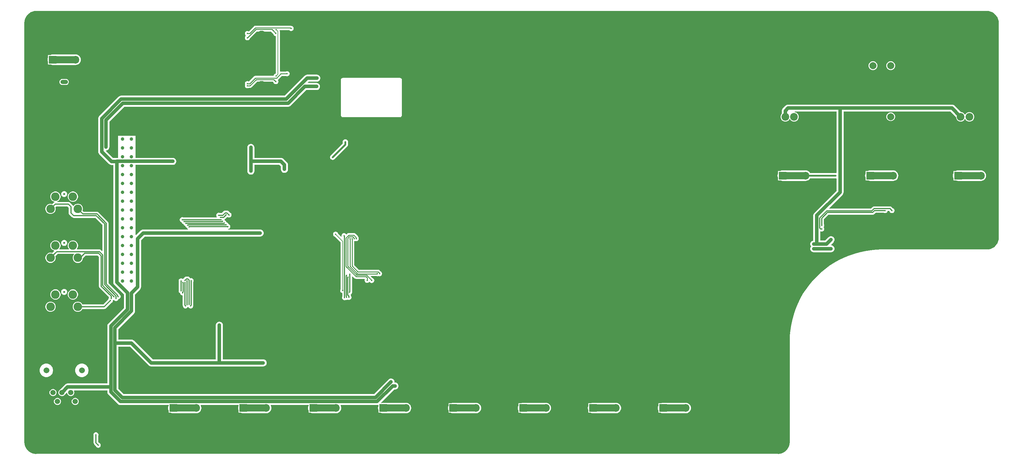
<source format=gtl>
G04*
G04 #@! TF.GenerationSoftware,Altium Limited,Altium Designer,21.7.1 (17)*
G04*
G04 Layer_Physical_Order=1*
G04 Layer_Color=255*
%FSLAX25Y25*%
%MOIN*%
G70*
G04*
G04 #@! TF.SameCoordinates,4C4A95DF-11EF-4B83-83A5-CF7285FCABA4*
G04*
G04*
G04 #@! TF.FilePolarity,Positive*
G04*
G01*
G75*
%ADD11C,0.01000*%
%ADD12C,0.00787*%
%ADD30C,0.03937*%
%ADD31C,0.01181*%
%ADD32C,0.01968*%
%ADD33C,0.07874*%
%ADD34C,0.02362*%
%ADD35C,0.09567*%
G04:AMPARAMS|DCode=36|XSize=118.11mil|YSize=59.06mil|CornerRadius=14.76mil|HoleSize=0mil|Usage=FLASHONLY|Rotation=90.000|XOffset=0mil|YOffset=0mil|HoleType=Round|Shape=RoundedRectangle|*
%AMROUNDEDRECTD36*
21,1,0.11811,0.02953,0,0,90.0*
21,1,0.08858,0.05906,0,0,90.0*
1,1,0.02953,0.01476,0.04429*
1,1,0.02953,0.01476,-0.04429*
1,1,0.02953,-0.01476,-0.04429*
1,1,0.02953,-0.01476,0.04429*
%
%ADD36ROUNDEDRECTD36*%
%ADD37C,0.10236*%
G04:AMPARAMS|DCode=38|XSize=118.11mil|YSize=59.06mil|CornerRadius=14.76mil|HoleSize=0mil|Usage=FLASHONLY|Rotation=0.000|XOffset=0mil|YOffset=0mil|HoleType=Round|Shape=RoundedRectangle|*
%AMROUNDEDRECTD38*
21,1,0.11811,0.02953,0,0,0.0*
21,1,0.08858,0.05906,0,0,0.0*
1,1,0.02953,0.04429,-0.01476*
1,1,0.02953,-0.04429,-0.01476*
1,1,0.02953,-0.04429,0.01476*
1,1,0.02953,0.04429,0.01476*
%
%ADD38ROUNDEDRECTD38*%
%ADD39R,0.09843X0.13780*%
%ADD40C,0.08661*%
%ADD41R,0.08661X0.08661*%
%ADD42O,0.08661X0.04724*%
%ADD43C,0.06555*%
%ADD44C,0.05941*%
%ADD45C,0.03937*%
%ADD46C,0.23622*%
%ADD47C,0.07874*%
%ADD48R,0.09843X0.09843*%
%ADD49C,0.01772*%
%ADD50C,0.04724*%
%ADD51C,0.01772*%
G36*
X1088697Y501440D02*
X1090742Y500949D01*
X1092686Y500144D01*
X1094479Y499045D01*
X1096079Y497679D01*
X1097445Y496079D01*
X1098544Y494286D01*
X1099349Y492342D01*
X1099840Y490297D01*
X1099994Y488335D01*
X1099967Y488200D01*
X1099967Y246140D01*
X1099994Y246005D01*
X1099840Y244043D01*
X1099349Y241998D01*
X1098544Y240055D01*
X1097445Y238261D01*
X1096079Y236662D01*
X1094479Y235296D01*
X1092686Y234196D01*
X1090742Y233391D01*
X1088697Y232901D01*
X1087099Y232775D01*
X1086600Y232773D01*
Y232773D01*
X1086550Y232763D01*
X968110D01*
Y232764D01*
X961856Y232575D01*
X955624Y232009D01*
X949438Y231067D01*
X943319Y229754D01*
X937292Y228074D01*
X931376Y226032D01*
X925595Y223638D01*
X919969Y220898D01*
X914519Y217824D01*
X909264Y214427D01*
X904224Y210718D01*
X899417Y206712D01*
X894860Y202423D01*
X890571Y197867D01*
X886565Y193060D01*
X882857Y188020D01*
X879459Y182765D01*
X876385Y177314D01*
X873646Y171688D01*
X871251Y165907D01*
X869210Y159992D01*
X867530Y153964D01*
X866216Y147846D01*
X865275Y141660D01*
X864709Y135428D01*
X864520Y129173D01*
X864520D01*
X864520Y15800D01*
X864547Y15665D01*
X864393Y13703D01*
X863902Y11658D01*
X863097Y9714D01*
X861998Y7921D01*
X860632Y6321D01*
X859032Y4955D01*
X857239Y3856D01*
X855296Y3051D01*
X853250Y2560D01*
X851289Y2406D01*
X851153Y2433D01*
X15800D01*
X15665Y2406D01*
X13703Y2560D01*
X11658Y3051D01*
X9714Y3856D01*
X7921Y4955D01*
X6321Y6321D01*
X4955Y7921D01*
X3856Y9714D01*
X3051Y11658D01*
X2560Y13703D01*
X2406Y15665D01*
X2433Y15800D01*
Y488200D01*
X2406Y488335D01*
X2560Y490297D01*
X3051Y492342D01*
X3856Y494286D01*
X4955Y496079D01*
X6321Y497679D01*
X7921Y499045D01*
X9714Y500144D01*
X11658Y500949D01*
X13703Y501440D01*
X15665Y501594D01*
X15800Y501567D01*
X1086600D01*
X1086735Y501594D01*
X1088697Y501440D01*
D02*
G37*
%LPC*%
G36*
X302082Y485017D02*
X262641D01*
X261678Y484825D01*
X260862Y484280D01*
X255299Y478717D01*
X255040D01*
X254792Y478860D01*
X254067Y479054D01*
X253315D01*
X252589Y478860D01*
X251938Y478484D01*
X251407Y477953D01*
X251031Y477302D01*
X250836Y476576D01*
Y475824D01*
X251031Y475098D01*
X251407Y474447D01*
X251783Y474072D01*
X251885Y473750D01*
X251783Y473428D01*
X251407Y473053D01*
X251031Y472402D01*
X250836Y471676D01*
Y470924D01*
X251031Y470198D01*
X251407Y469547D01*
X251938Y469016D01*
X252589Y468640D01*
X253315Y468446D01*
X254067D01*
X254792Y468640D01*
X255443Y469016D01*
X255975Y469547D01*
X256351Y470198D01*
X256425Y470474D01*
X264233Y478283D01*
X280248D01*
X281537Y476994D01*
X281537Y476994D01*
X282636Y475895D01*
Y475824D01*
X282831Y475098D01*
X283207Y474447D01*
X283738Y473916D01*
X284389Y473540D01*
X285115Y473346D01*
X285482D01*
Y431098D01*
X285375Y430990D01*
X284889Y430860D01*
X284238Y430484D01*
X283707Y429953D01*
X283331Y429302D01*
X283137Y428576D01*
Y428507D01*
X262652D01*
X261688Y428316D01*
X260872Y427770D01*
X255299Y422197D01*
X255040D01*
X254792Y422340D01*
X254067Y422535D01*
X253315D01*
X252589Y422340D01*
X251938Y421964D01*
X251407Y421433D01*
X251031Y420782D01*
X250836Y420056D01*
Y419305D01*
X251031Y418579D01*
X251077Y418499D01*
X251031Y418420D01*
X250836Y417694D01*
Y416942D01*
X251031Y416216D01*
X251407Y415565D01*
X251938Y415034D01*
X252589Y414658D01*
X253315Y414464D01*
X254067D01*
X254792Y414658D01*
X255040Y414801D01*
X256418D01*
X257381Y414993D01*
X258198Y415538D01*
X264543Y421883D01*
X282287D01*
X282966Y421204D01*
X283040Y420928D01*
X283416Y420277D01*
X283947Y419746D01*
X284598Y419370D01*
X285324Y419176D01*
X286076D01*
X286802Y419370D01*
X287453Y419746D01*
X287984Y420277D01*
X288360Y420928D01*
X288554Y421654D01*
Y422406D01*
X288360Y423132D01*
X287984Y423782D01*
X288003Y423975D01*
X288356Y424211D01*
X292458Y428313D01*
X296982D01*
X297229Y428170D01*
X297955Y427976D01*
X298707D01*
X299433Y428170D01*
X300084Y428546D01*
X300615Y429077D01*
X300991Y429728D01*
X301185Y430454D01*
Y431206D01*
X300991Y431932D01*
X300615Y432583D01*
X300084Y433114D01*
X299433Y433490D01*
X298707Y433684D01*
X297955D01*
X297229Y433490D01*
X296982Y433347D01*
X291416D01*
X290799Y433224D01*
X290299Y433608D01*
Y478500D01*
X290116Y479422D01*
X290035Y479542D01*
X290271Y479983D01*
X300771D01*
X301138Y479616D01*
X301789Y479240D01*
X302515Y479046D01*
X303267D01*
X303993Y479240D01*
X304643Y479616D01*
X305175Y480147D01*
X305551Y480798D01*
X305745Y481524D01*
Y482276D01*
X305551Y483002D01*
X305175Y483653D01*
X304643Y484184D01*
X303993Y484560D01*
X303267Y484754D01*
X303151D01*
X303045Y484825D01*
X302082Y485017D01*
D02*
G37*
G36*
X59995Y452592D02*
X34404D01*
X33247Y452478D01*
X32133Y452141D01*
X31820Y451973D01*
X29090D01*
Y449243D01*
X28922Y448929D01*
X28584Y447816D01*
X28470Y446658D01*
X28584Y445501D01*
X28922Y444387D01*
X29090Y444073D01*
Y441343D01*
X31820D01*
X32133Y441176D01*
X33247Y440838D01*
X34404Y440724D01*
X59995D01*
X61153Y440838D01*
X62266Y441176D01*
X63292Y441724D01*
X64191Y442462D01*
X64929Y443362D01*
X65477Y444387D01*
X65815Y445501D01*
X65929Y446658D01*
X65815Y447816D01*
X65477Y448929D01*
X64929Y449955D01*
X64191Y450854D01*
X63292Y451592D01*
X62266Y452141D01*
X61153Y452478D01*
X59995Y452592D01*
D02*
G37*
G36*
X978994Y444803D02*
X977699D01*
X976447Y444468D01*
X975325Y443820D01*
X974409Y442904D01*
X973761Y441781D01*
X973425Y440530D01*
Y439234D01*
X973761Y437982D01*
X974409Y436860D01*
X975325Y435944D01*
X976447Y435296D01*
X977699Y434961D01*
X978994D01*
X980246Y435296D01*
X981368Y435944D01*
X982284Y436860D01*
X982932Y437982D01*
X983268Y439234D01*
Y440530D01*
X982932Y441781D01*
X982284Y442904D01*
X981368Y443820D01*
X980246Y444468D01*
X978994Y444803D01*
D02*
G37*
G36*
X958994D02*
X957699D01*
X956447Y444468D01*
X955325Y443820D01*
X954408Y442904D01*
X953761Y441781D01*
X953425Y440530D01*
Y439234D01*
X953761Y437982D01*
X954408Y436860D01*
X955325Y435944D01*
X956447Y435296D01*
X957699Y434961D01*
X958994D01*
X960246Y435296D01*
X961368Y435944D01*
X962284Y436860D01*
X962932Y437982D01*
X963268Y439234D01*
Y440530D01*
X962932Y441781D01*
X962284Y442904D01*
X961368Y443820D01*
X960246Y444468D01*
X958994Y444803D01*
D02*
G37*
G36*
X49169Y425034D02*
X45232D01*
X44358Y424919D01*
X43544Y424581D01*
X42845Y424045D01*
X42308Y423346D01*
X41971Y422532D01*
X41856Y421658D01*
X41971Y420785D01*
X42308Y419971D01*
X42845Y419272D01*
X43544Y418735D01*
X44358Y418398D01*
X45232Y418283D01*
X49169D01*
X50042Y418398D01*
X50856Y418735D01*
X51555Y419272D01*
X52092Y419971D01*
X52429Y420785D01*
X52544Y421658D01*
X52429Y422532D01*
X52092Y423346D01*
X51555Y424045D01*
X50856Y424581D01*
X50042Y424919D01*
X49169Y425034D01*
D02*
G37*
G36*
X331908Y429871D02*
X320991D01*
X319963Y429736D01*
X319005Y429339D01*
X318183Y428708D01*
X295673Y406199D01*
X111428D01*
X110400Y406063D01*
X109442Y405666D01*
X108620Y405035D01*
X86792Y383208D01*
X86161Y382385D01*
X85764Y381428D01*
X85629Y380400D01*
Y343000D01*
X85764Y341972D01*
X86161Y341015D01*
X86792Y340192D01*
X97776Y329208D01*
X98599Y328577D01*
X99556Y328180D01*
X100584Y328045D01*
X102529D01*
Y195900D01*
X102664Y194872D01*
X103061Y193914D01*
X103692Y193092D01*
X114629Y182155D01*
Y172500D01*
Y169400D01*
Y166945D01*
X96992Y149308D01*
X96361Y148486D01*
X95964Y147528D01*
X95829Y146500D01*
Y81771D01*
X51035D01*
X50007Y81636D01*
X49050Y81239D01*
X48227Y80608D01*
X42496Y74877D01*
X42272Y74747D01*
X41991Y74466D01*
X41892Y74391D01*
X41816Y74292D01*
X41535Y74011D01*
X41337Y73667D01*
X41261Y73568D01*
X41213Y73453D01*
X41015Y73109D01*
X40912Y72725D01*
X40864Y72610D01*
X40848Y72487D01*
X40745Y72103D01*
Y71706D01*
X40729Y71583D01*
X40745Y71459D01*
Y71062D01*
X40848Y70678D01*
X40864Y70555D01*
X40912Y70440D01*
X41015Y70056D01*
X41213Y69712D01*
X41261Y69597D01*
X41337Y69498D01*
X41535Y69154D01*
X41816Y68874D01*
X41892Y68775D01*
X41991Y68699D01*
X42272Y68418D01*
X42616Y68220D01*
X42715Y68144D01*
X42829Y68096D01*
X43174Y67897D01*
X43557Y67795D01*
X43672Y67747D01*
X43796Y67731D01*
X44179Y67628D01*
X44577D01*
X44700Y67612D01*
X44818D01*
X44941Y67628D01*
X45221D01*
X45491Y67700D01*
X45846Y67747D01*
X46177Y67884D01*
X46227Y67897D01*
X46271Y67923D01*
X46803Y68144D01*
X47626Y68775D01*
X50283Y71432D01*
X50745Y71241D01*
Y71062D01*
X51015Y70056D01*
X51535Y69154D01*
X52272Y68418D01*
X53174Y67897D01*
X54179Y67628D01*
X55221D01*
X56226Y67897D01*
X57128Y68418D01*
X57865Y69154D01*
X58385Y70056D01*
X58655Y71062D01*
Y72103D01*
X58385Y73109D01*
X58220Y73396D01*
X58470Y73829D01*
X95829D01*
Y72400D01*
X95964Y71372D01*
X96361Y70415D01*
X96992Y69592D01*
X107920Y58665D01*
X108742Y58034D01*
X109700Y57637D01*
X110728Y57502D01*
X164961D01*
Y56718D01*
X164793Y56405D01*
X164455Y55291D01*
X164341Y54134D01*
X164455Y52976D01*
X164793Y51863D01*
X164961Y51550D01*
Y48819D01*
X167692D01*
X168005Y48651D01*
X169118Y48314D01*
X170276Y48200D01*
X195866D01*
X197024Y48314D01*
X198137Y48651D01*
X199163Y49200D01*
X200062Y49938D01*
X200800Y50837D01*
X201348Y51863D01*
X201686Y52976D01*
X201800Y54134D01*
X201686Y55291D01*
X201348Y56405D01*
X201030Y57002D01*
X201329Y57502D01*
X243757D01*
Y56718D01*
X243590Y56405D01*
X243252Y55291D01*
X243138Y54134D01*
X243252Y52976D01*
X243590Y51863D01*
X243757Y51550D01*
Y48819D01*
X246488D01*
X246801Y48651D01*
X247914Y48314D01*
X249072Y48200D01*
X274663D01*
X275820Y48314D01*
X276933Y48651D01*
X277959Y49200D01*
X278859Y49938D01*
X279597Y50837D01*
X280145Y51863D01*
X280483Y52976D01*
X280597Y54134D01*
X280483Y55291D01*
X280145Y56405D01*
X279826Y57002D01*
X280126Y57502D01*
X322553D01*
Y56718D01*
X322386Y56405D01*
X322048Y55291D01*
X321934Y54134D01*
X322048Y52976D01*
X322386Y51863D01*
X322553Y51550D01*
Y48819D01*
X325284D01*
X325598Y48651D01*
X326711Y48314D01*
X327868Y48200D01*
X353459D01*
X354617Y48314D01*
X355730Y48651D01*
X356756Y49200D01*
X357655Y49938D01*
X358393Y50837D01*
X358941Y51863D01*
X359279Y52976D01*
X359393Y54134D01*
X359279Y55291D01*
X358941Y56405D01*
X358622Y57002D01*
X358922Y57502D01*
X399755D01*
X400783Y57637D01*
X400934Y57700D01*
X401350Y57422D01*
Y56718D01*
X401182Y56405D01*
X400845Y55291D01*
X400731Y54134D01*
X400845Y52976D01*
X401182Y51863D01*
X401350Y51550D01*
Y48819D01*
X404081D01*
X404394Y48651D01*
X405507Y48314D01*
X406665Y48200D01*
X432255D01*
X433413Y48314D01*
X434526Y48651D01*
X435552Y49200D01*
X436451Y49938D01*
X437189Y50837D01*
X437738Y51863D01*
X438075Y52976D01*
X438189Y54134D01*
X438075Y55291D01*
X437738Y56405D01*
X437189Y57431D01*
X436451Y58330D01*
X435552Y59068D01*
X434526Y59616D01*
X433413Y59954D01*
X432255Y60068D01*
X406665D01*
X405507Y59954D01*
X404394Y59616D01*
X404275Y59669D01*
X404164Y60265D01*
X418887Y74989D01*
X419894D01*
X420922Y75124D01*
X421880Y75521D01*
X422702Y76152D01*
X423333Y76974D01*
X423730Y77932D01*
X423865Y78960D01*
X423730Y79988D01*
X423333Y80945D01*
X422702Y81768D01*
X421880Y82399D01*
X420922Y82796D01*
X419894Y82931D01*
X419644D01*
X419314Y83307D01*
X419338Y83487D01*
X419203Y84515D01*
X418806Y85473D01*
X418175Y86295D01*
X417352Y86926D01*
X416395Y87323D01*
X415367Y87458D01*
X414339Y87323D01*
X413381Y86926D01*
X412559Y86295D01*
X396235Y69971D01*
X114248D01*
X108299Y75920D01*
Y123329D01*
X121355D01*
X142492Y102192D01*
X143315Y101561D01*
X144272Y101164D01*
X145300Y101029D01*
X222100Y101029D01*
X228870D01*
X228898Y101033D01*
X228926Y101029D01*
X271400D01*
X272428Y101164D01*
X273386Y101561D01*
X274208Y102192D01*
X274839Y103015D01*
X275236Y103972D01*
X275371Y105000D01*
X275236Y106028D01*
X274839Y106985D01*
X274208Y107808D01*
X273386Y108439D01*
X272428Y108836D01*
X271400Y108971D01*
X228926D01*
X228898Y108967D01*
X228870Y108971D01*
X226071D01*
Y147500D01*
X225936Y148528D01*
X225539Y149486D01*
X224908Y150308D01*
X224085Y150939D01*
X223128Y151336D01*
X222100Y151471D01*
X221072Y151336D01*
X220114Y150939D01*
X219292Y150308D01*
X218661Y149486D01*
X218264Y148528D01*
X218129Y147500D01*
Y108971D01*
X146945Y108971D01*
X125808Y130108D01*
X124986Y130739D01*
X124028Y131136D01*
X123000Y131271D01*
X108299D01*
Y142980D01*
X125935Y160617D01*
X126567Y161439D01*
X126963Y162397D01*
X127099Y163425D01*
Y182083D01*
X132708Y187692D01*
X133339Y188514D01*
X133736Y189472D01*
X133871Y190500D01*
Y243355D01*
X137845Y247329D01*
X268000D01*
X269028Y247464D01*
X269986Y247861D01*
X270808Y248492D01*
X271439Y249314D01*
X271836Y250272D01*
X271971Y251300D01*
X271836Y252328D01*
X271439Y253286D01*
X270808Y254108D01*
X269986Y254739D01*
X269028Y255136D01*
X268000Y255271D01*
X232054D01*
X231989Y255771D01*
X232624Y255941D01*
X233275Y256317D01*
X233806Y256848D01*
X234182Y257499D01*
X234376Y258225D01*
Y258977D01*
X234182Y259703D01*
X233806Y260353D01*
X233275Y260885D01*
X232624Y261261D01*
X232302Y261347D01*
X232215Y261669D01*
X231840Y262320D01*
X231308Y262851D01*
X230657Y263227D01*
X230256Y263335D01*
X230149Y263736D01*
X229773Y264387D01*
X229241Y264918D01*
X228590Y265294D01*
X228400Y265345D01*
X228349Y265536D01*
X227977Y266180D01*
X227973Y266187D01*
X228091Y266764D01*
X228097Y266770D01*
X228625Y267175D01*
X230650Y269199D01*
X230802Y269240D01*
X231167Y269451D01*
X231793Y269089D01*
X232519Y268895D01*
X233271D01*
X233997Y269089D01*
X234647Y269465D01*
X235179Y269996D01*
X235555Y270647D01*
X235749Y271373D01*
Y272125D01*
X235555Y272851D01*
X235179Y273501D01*
X234647Y274033D01*
X233997Y274409D01*
X233845Y274449D01*
X232502Y275792D01*
X231967Y276202D01*
X231345Y276460D01*
X230677Y276548D01*
X228567D01*
X227899Y276460D01*
X227276Y276202D01*
X226742Y275792D01*
X224810Y273860D01*
X222587D01*
X222451Y273939D01*
X221725Y274134D01*
X220973D01*
X220248Y273939D01*
X219597Y273563D01*
X219065Y273032D01*
X218689Y272381D01*
X218495Y271655D01*
Y270903D01*
X218689Y270178D01*
X219065Y269527D01*
X219144Y269448D01*
X218937Y268948D01*
X181422D01*
X181402Y268960D01*
X180676Y269154D01*
X179924D01*
X179198Y268960D01*
X178547Y268584D01*
X178016Y268053D01*
X177640Y267402D01*
X177446Y266676D01*
Y265924D01*
X177640Y265198D01*
X178016Y264547D01*
X178547Y264016D01*
X179198Y263640D01*
X179439Y263576D01*
X179540Y263198D01*
X179916Y262547D01*
X180447Y262016D01*
X181098Y261640D01*
X181633Y261497D01*
X181740Y261098D01*
X182116Y260447D01*
X182647Y259916D01*
X183298Y259540D01*
X183460Y259497D01*
X183540Y259198D01*
X183916Y258547D01*
X184447Y258016D01*
X185098Y257640D01*
X185368Y257568D01*
X185440Y257298D01*
X185816Y256647D01*
X186347Y256116D01*
X186537Y256007D01*
X186693Y255339D01*
X186648Y255271D01*
X136200D01*
X135172Y255136D01*
X134214Y254739D01*
X133392Y254108D01*
X128218Y248934D01*
X127756Y249125D01*
Y328129D01*
X169500D01*
X170528Y328264D01*
X171485Y328661D01*
X172308Y329292D01*
X172939Y330115D01*
X173336Y331072D01*
X173471Y332100D01*
X173336Y333128D01*
X172939Y334085D01*
X172308Y334908D01*
X171485Y335539D01*
X170528Y335936D01*
X169500Y336071D01*
X127756D01*
Y361024D01*
X108071D01*
Y336071D01*
X106584D01*
X105944Y335987D01*
X102229D01*
X94369Y343847D01*
X94548Y344375D01*
X95228Y344464D01*
X96185Y344861D01*
X97008Y345492D01*
X97639Y346315D01*
X98036Y347272D01*
X98171Y348300D01*
Y351600D01*
Y354800D01*
Y376952D01*
X114948Y393729D01*
X299491D01*
X299491Y393729D01*
X300519Y393864D01*
X301476Y394261D01*
X302299Y394892D01*
X319936Y412529D01*
X331481D01*
X332509Y412664D01*
X333466Y413061D01*
X334289Y413692D01*
X334920Y414514D01*
X335317Y415472D01*
X335452Y416500D01*
X335317Y417528D01*
X334920Y418485D01*
X334289Y419308D01*
X333466Y419939D01*
X332509Y420336D01*
X331481Y420471D01*
X321831D01*
X321639Y420933D01*
X322636Y421929D01*
X331908D01*
X332935Y422064D01*
X333893Y422461D01*
X334716Y423092D01*
X335347Y423914D01*
X335743Y424872D01*
X335878Y425900D01*
X335743Y426928D01*
X335347Y427885D01*
X334716Y428708D01*
X333893Y429339D01*
X332935Y429736D01*
X331908Y429871D01*
D02*
G37*
G36*
X425200Y426217D02*
X361400D01*
X360437Y426025D01*
X359620Y425480D01*
X359075Y424663D01*
X358883Y423700D01*
Y384400D01*
X359075Y383437D01*
X359620Y382620D01*
X360437Y382075D01*
X361400Y381883D01*
X425200D01*
X426163Y382075D01*
X426980Y382620D01*
X427525Y383437D01*
X427717Y384400D01*
Y423700D01*
X427525Y424663D01*
X426980Y425480D01*
X426163Y426025D01*
X425200Y426217D01*
D02*
G37*
G36*
X978994Y387303D02*
X977699D01*
X976447Y386968D01*
X975325Y386320D01*
X974409Y385404D01*
X973761Y384281D01*
X973425Y383030D01*
Y381734D01*
X973761Y380482D01*
X974409Y379360D01*
X975325Y378444D01*
X976447Y377796D01*
X977699Y377461D01*
X978994D01*
X980246Y377796D01*
X981368Y378444D01*
X982284Y379360D01*
X982932Y380482D01*
X983268Y381734D01*
Y383030D01*
X982932Y384281D01*
X982284Y385404D01*
X981368Y386320D01*
X980246Y386968D01*
X978994Y387303D01*
D02*
G37*
G36*
X1047349Y396071D02*
X862713D01*
X861686Y395936D01*
X860728Y395539D01*
X859906Y394908D01*
X856779Y391781D01*
X856148Y390959D01*
X855751Y390001D01*
X855616Y388973D01*
Y385868D01*
X855334Y385586D01*
X854634Y384374D01*
X854272Y383023D01*
Y381623D01*
X854634Y380271D01*
X855334Y379059D01*
X856323Y378070D01*
X857535Y377370D01*
X858887Y377008D01*
X860286D01*
X861638Y377370D01*
X862850Y378070D01*
X863840Y379059D01*
X864258Y379784D01*
X864758D01*
X865176Y379059D01*
X866166Y378070D01*
X867378Y377370D01*
X868729Y377008D01*
X870129D01*
X871481Y377370D01*
X872693Y378070D01*
X873682Y379059D01*
X874382Y380271D01*
X874744Y381623D01*
Y383023D01*
X874382Y384374D01*
X873682Y385586D01*
X872693Y386576D01*
X871481Y387276D01*
X870129Y387638D01*
X870150Y388129D01*
X917229D01*
Y319326D01*
X916729Y318888D01*
X916400Y318931D01*
X887388D01*
X887217Y319250D01*
X886479Y320149D01*
X885580Y320887D01*
X884554Y321435D01*
X883441Y321773D01*
X882283Y321887D01*
X856693D01*
X855535Y321773D01*
X854422Y321435D01*
X854109Y321268D01*
X851378D01*
Y318537D01*
X851210Y318224D01*
X850873Y317110D01*
X850759Y315953D01*
X850873Y314795D01*
X851210Y313682D01*
X851378Y313369D01*
Y310638D01*
X854109D01*
X854422Y310470D01*
X855535Y310133D01*
X856693Y310019D01*
X882283D01*
X883441Y310133D01*
X884554Y310470D01*
X885580Y311019D01*
X886479Y311757D01*
X887217Y312656D01*
X887388Y312975D01*
X916400D01*
X916729Y313018D01*
X917229Y312579D01*
Y298848D01*
X892292Y273911D01*
X891661Y273088D01*
X891264Y272131D01*
X891129Y271103D01*
Y242709D01*
X890572Y242636D01*
X889614Y242239D01*
X888792Y241608D01*
X888161Y240786D01*
X887764Y239828D01*
X887629Y238800D01*
X887764Y237772D01*
X888161Y236814D01*
X888633Y236200D01*
X888161Y235585D01*
X887764Y234628D01*
X887629Y233600D01*
X887764Y232572D01*
X888161Y231614D01*
X888792Y230792D01*
X889614Y230161D01*
X890572Y229764D01*
X891600Y229629D01*
X911000D01*
X912028Y229764D01*
X912986Y230161D01*
X913808Y230792D01*
X914439Y231614D01*
X914836Y232572D01*
X914971Y233600D01*
X914836Y234628D01*
X914439Y235585D01*
X913808Y236408D01*
X912986Y237039D01*
X912028Y237436D01*
X911083Y237560D01*
X910837Y237965D01*
X910820Y238005D01*
X913808Y240992D01*
X914439Y241814D01*
X914836Y242772D01*
X914971Y243800D01*
X914836Y244828D01*
X914439Y245785D01*
X913808Y246608D01*
X912986Y247239D01*
X912028Y247636D01*
X911000Y247771D01*
X909972Y247636D01*
X909015Y247239D01*
X908192Y246608D01*
X904355Y242771D01*
X899071D01*
Y252920D01*
X899571Y253198D01*
X900139Y253046D01*
X900890D01*
X901616Y253240D01*
X902267Y253616D01*
X902799Y254147D01*
X903174Y254798D01*
X903369Y255524D01*
Y256276D01*
X903174Y257002D01*
X902799Y257653D01*
X902501Y257950D01*
X902799Y258247D01*
X903174Y258898D01*
X903369Y259624D01*
Y260376D01*
X903174Y261102D01*
X903096Y261238D01*
Y266840D01*
X908103Y271847D01*
X957828D01*
X958496Y271935D01*
X959119Y272193D01*
X959653Y272603D01*
X961169Y274119D01*
X970662D01*
X970798Y274040D01*
X971524Y273846D01*
X972276D01*
X973002Y274040D01*
X973653Y274416D01*
X974184Y274947D01*
X974560Y275598D01*
X974726Y276219D01*
X976531D01*
X976999Y275750D01*
X977040Y275598D01*
X977416Y274947D01*
X977947Y274416D01*
X978598Y274040D01*
X979324Y273846D01*
X980076D01*
X980802Y274040D01*
X981453Y274416D01*
X981984Y274947D01*
X982360Y275598D01*
X982555Y276324D01*
Y277076D01*
X982360Y277802D01*
X981984Y278453D01*
X981453Y278984D01*
X980802Y279360D01*
X980649Y279401D01*
X979425Y280625D01*
X978891Y281035D01*
X978268Y281293D01*
X977600Y281381D01*
X959694D01*
X959027Y281293D01*
X958404Y281035D01*
X957869Y280625D01*
X956025Y278781D01*
X909047D01*
X908856Y279243D01*
X924008Y294395D01*
X924639Y295217D01*
X925036Y296175D01*
X925171Y297203D01*
Y388129D01*
X1045704D01*
X1051811Y382022D01*
Y381623D01*
X1052173Y380271D01*
X1052873Y379059D01*
X1053863Y378070D01*
X1055075Y377370D01*
X1056426Y377008D01*
X1057826D01*
X1059177Y377370D01*
X1060390Y378070D01*
X1061379Y379059D01*
X1061797Y379784D01*
X1062297D01*
X1062716Y379059D01*
X1063705Y378070D01*
X1064917Y377370D01*
X1066269Y377008D01*
X1067668D01*
X1069020Y377370D01*
X1070232Y378070D01*
X1071222Y379059D01*
X1071921Y380271D01*
X1072283Y381623D01*
Y383023D01*
X1071921Y384374D01*
X1071222Y385586D01*
X1070232Y386576D01*
X1069020Y387276D01*
X1067668Y387638D01*
X1066269D01*
X1064917Y387276D01*
X1063705Y386576D01*
X1062716Y385586D01*
X1062297Y384862D01*
X1061797D01*
X1061379Y385586D01*
X1060390Y386576D01*
X1059177Y387276D01*
X1057826Y387638D01*
X1057427D01*
X1050157Y394908D01*
X1049334Y395539D01*
X1048377Y395936D01*
X1047349Y396071D01*
D02*
G37*
G36*
X364000Y356978D02*
X363229Y356877D01*
X362511Y356579D01*
X361894Y356106D01*
X361421Y355489D01*
X361123Y354771D01*
X361022Y354000D01*
Y352234D01*
X347594Y338806D01*
X347121Y338189D01*
X346823Y337471D01*
X346722Y336700D01*
X346823Y335929D01*
X347121Y335211D01*
X347594Y334594D01*
X348211Y334121D01*
X348929Y333823D01*
X349700Y333722D01*
X350471Y333823D01*
X351189Y334121D01*
X351806Y334594D01*
X366106Y348894D01*
X366106Y348894D01*
X366579Y349511D01*
X366877Y350229D01*
X366978Y351000D01*
Y354000D01*
X366877Y354771D01*
X366579Y355489D01*
X366106Y356106D01*
X365489Y356579D01*
X364771Y356877D01*
X364000Y356978D01*
D02*
G37*
G36*
X257600Y351871D02*
X256572Y351736D01*
X255614Y351339D01*
X254792Y350708D01*
X254161Y349886D01*
X253764Y348928D01*
X253629Y347900D01*
Y332121D01*
X253626Y332100D01*
Y321097D01*
X253762Y320070D01*
X254158Y319112D01*
X254789Y318289D01*
X255612Y317658D01*
X256570Y317262D01*
X257597Y317126D01*
X258625Y317262D01*
X259583Y317658D01*
X260405Y318289D01*
X261036Y319112D01*
X261433Y320070D01*
X261568Y321097D01*
Y328129D01*
X289755D01*
X291429Y326455D01*
Y323100D01*
X291564Y322072D01*
X291961Y321114D01*
X292592Y320292D01*
X293414Y319661D01*
X294372Y319264D01*
X295400Y319129D01*
X296428Y319264D01*
X297386Y319661D01*
X298208Y320292D01*
X298839Y321114D01*
X299236Y322072D01*
X299371Y323100D01*
Y328100D01*
X299236Y329128D01*
X298839Y330085D01*
X298208Y330908D01*
X294208Y334908D01*
X293386Y335539D01*
X292428Y335936D01*
X291400Y336071D01*
X261571D01*
Y347900D01*
X261436Y348928D01*
X261039Y349886D01*
X260408Y350708D01*
X259585Y351339D01*
X258628Y351736D01*
X257600Y351871D01*
D02*
G37*
G36*
X1079822Y321887D02*
X1054232D01*
X1053074Y321773D01*
X1051961Y321435D01*
X1051648Y321268D01*
X1048917D01*
Y318538D01*
X1048749Y318224D01*
X1048412Y317110D01*
X1048298Y315953D01*
X1048412Y314795D01*
X1048749Y313682D01*
X1048917Y313368D01*
Y310638D01*
X1051648D01*
X1051961Y310470D01*
X1053074Y310133D01*
X1054232Y310019D01*
X1079822D01*
X1080980Y310133D01*
X1082093Y310470D01*
X1083119Y311019D01*
X1084018Y311757D01*
X1084756Y312656D01*
X1085305Y313682D01*
X1085642Y314795D01*
X1085756Y315953D01*
X1085642Y317110D01*
X1085305Y318224D01*
X1084756Y319250D01*
X1084018Y320149D01*
X1083119Y320887D01*
X1082093Y321435D01*
X1080980Y321773D01*
X1079822Y321887D01*
D02*
G37*
G36*
X980905D02*
X955315D01*
X954157Y321773D01*
X953044Y321435D01*
X952730Y321268D01*
X950000D01*
Y318538D01*
X949832Y318224D01*
X949494Y317110D01*
X949380Y315953D01*
X949494Y314795D01*
X949832Y313682D01*
X950000Y313368D01*
Y310638D01*
X952730D01*
X953044Y310470D01*
X954157Y310133D01*
X955315Y310019D01*
X980905D01*
X982063Y310133D01*
X983176Y310470D01*
X984202Y311019D01*
X985101Y311757D01*
X985839Y312656D01*
X986387Y313682D01*
X986725Y314795D01*
X986839Y315953D01*
X986725Y317110D01*
X986387Y318224D01*
X985839Y319250D01*
X985101Y320149D01*
X984202Y320887D01*
X983176Y321435D01*
X982063Y321773D01*
X980905Y321887D01*
D02*
G37*
G36*
X47685Y298622D02*
X46804D01*
X45952Y298394D01*
X45189Y297953D01*
X44566Y297330D01*
X44126Y296567D01*
X43898Y295716D01*
Y294835D01*
X44126Y293984D01*
X44566Y293221D01*
X45189Y292598D01*
X45952Y292157D01*
X46804Y291929D01*
X47685D01*
X48536Y292157D01*
X49299Y292598D01*
X49922Y293221D01*
X50362Y293984D01*
X50590Y294835D01*
Y295716D01*
X50362Y296567D01*
X49922Y297330D01*
X49299Y297953D01*
X48536Y298394D01*
X47685Y298622D01*
D02*
G37*
G36*
X57846Y298091D02*
X56327D01*
X54860Y297697D01*
X53545Y296938D01*
X52471Y295864D01*
X51712Y294549D01*
X51319Y293082D01*
Y291564D01*
X51712Y290097D01*
X52471Y288781D01*
X53545Y287707D01*
X54860Y286948D01*
X56327Y286555D01*
X57846D01*
X59313Y286948D01*
X60628Y287707D01*
X61702Y288781D01*
X62461Y290097D01*
X62854Y291564D01*
Y293082D01*
X62461Y294549D01*
X61702Y295864D01*
X60628Y296938D01*
X59313Y297697D01*
X57846Y298091D01*
D02*
G37*
G36*
X38161D02*
X36642D01*
X35175Y297697D01*
X33860Y296938D01*
X32786Y295864D01*
X32027Y294549D01*
X31634Y293082D01*
Y291564D01*
X32027Y290097D01*
X32786Y288781D01*
X33860Y287707D01*
X35175Y286948D01*
X36133Y286691D01*
X36168Y286165D01*
X35856Y286035D01*
X35321Y285625D01*
X33720Y284024D01*
X32649Y284311D01*
X31130D01*
X29664Y283918D01*
X28348Y283159D01*
X27274Y282085D01*
X26515Y280770D01*
X26122Y279303D01*
Y277784D01*
X26515Y276317D01*
X27274Y275002D01*
X28348Y273928D01*
X29664Y273169D01*
X31130Y272776D01*
X32649D01*
X34116Y273169D01*
X35431Y273928D01*
X36505Y275002D01*
X37264Y276317D01*
X37657Y277784D01*
Y279303D01*
X37370Y280374D01*
X38216Y281219D01*
X50931D01*
X52319Y279831D01*
Y274000D01*
X52407Y273332D01*
X52665Y272709D01*
X53075Y272175D01*
X56075Y269175D01*
X56609Y268765D01*
X57232Y268507D01*
X57900Y268419D01*
X82331D01*
X90219Y260531D01*
Y231290D01*
X89757Y231099D01*
X88631Y232225D01*
X88096Y232635D01*
X87473Y232893D01*
X86805Y232981D01*
X61673D01*
X61482Y233443D01*
X61702Y233663D01*
X62461Y234979D01*
X62854Y236445D01*
Y237964D01*
X62461Y239431D01*
X61702Y240746D01*
X60628Y241820D01*
X59313Y242579D01*
X57846Y242972D01*
X56327D01*
X54860Y242579D01*
X53545Y241820D01*
X52471Y240746D01*
X51712Y239431D01*
X51319Y237964D01*
Y236445D01*
X51712Y234979D01*
X52471Y233663D01*
X52692Y233443D01*
X52500Y232981D01*
X41988D01*
X41797Y233443D01*
X42017Y233663D01*
X42776Y234979D01*
X43169Y236445D01*
Y237964D01*
X42776Y239431D01*
X42017Y240746D01*
X40943Y241820D01*
X39628Y242579D01*
X38161Y242972D01*
X36642D01*
X35175Y242579D01*
X33860Y241820D01*
X32786Y240746D01*
X32027Y239431D01*
X31634Y237964D01*
Y236445D01*
X32027Y234979D01*
X32786Y233663D01*
X33860Y232589D01*
X35175Y231830D01*
X35851Y231649D01*
X35980Y231166D01*
X33720Y228906D01*
X32649Y229193D01*
X31130D01*
X29664Y228800D01*
X28348Y228041D01*
X27274Y226967D01*
X26515Y225652D01*
X26122Y224184D01*
Y222666D01*
X26515Y221199D01*
X27274Y219884D01*
X28348Y218810D01*
X29664Y218051D01*
X31130Y217657D01*
X32649D01*
X34116Y218051D01*
X35431Y218810D01*
X36505Y219884D01*
X37264Y221199D01*
X37657Y222666D01*
Y224184D01*
X37370Y225256D01*
X39934Y227819D01*
X58182D01*
X58373Y227357D01*
X57983Y226967D01*
X57224Y225652D01*
X56831Y224184D01*
Y222666D01*
X57224Y221199D01*
X57983Y219884D01*
X59057Y218810D01*
X60372Y218051D01*
X61839Y217657D01*
X63358D01*
X64825Y218051D01*
X66140Y218810D01*
X67214Y219884D01*
X67973Y221199D01*
X68366Y222666D01*
Y222983D01*
X68655Y223205D01*
X71497Y226047D01*
X85002D01*
X86419Y224631D01*
Y191394D01*
X86507Y190726D01*
X86765Y190104D01*
X87175Y189569D01*
X97621Y179123D01*
Y178729D01*
X97446Y178076D01*
Y177382D01*
X96916Y176853D01*
X96540Y176202D01*
X96500Y176050D01*
X91338Y170888D01*
X67768D01*
X67214Y171849D01*
X66140Y172922D01*
X64825Y173682D01*
X63358Y174075D01*
X61839D01*
X60372Y173682D01*
X59057Y172922D01*
X57983Y171849D01*
X57224Y170533D01*
X56831Y169066D01*
Y167548D01*
X57224Y166081D01*
X57983Y164766D01*
X59057Y163692D01*
X60372Y162932D01*
X61839Y162539D01*
X63358D01*
X64825Y162932D01*
X66140Y163692D01*
X67214Y164766D01*
X67768Y165726D01*
X92407D01*
X93075Y165814D01*
X93698Y166072D01*
X94232Y166482D01*
X100150Y172399D01*
X100302Y172440D01*
X100953Y172816D01*
X101484Y173347D01*
X101860Y173998D01*
X102054Y174724D01*
Y175418D01*
X102584Y175947D01*
X102632Y176031D01*
X103210D01*
X103316Y175847D01*
X103847Y175316D01*
X104498Y174940D01*
X105224Y174746D01*
X105976D01*
X106702Y174940D01*
X107353Y175316D01*
X107884Y175847D01*
X108260Y176498D01*
X108362Y176879D01*
X108376D01*
X109102Y177073D01*
X109753Y177449D01*
X110284Y177980D01*
X110660Y178631D01*
X110854Y179357D01*
Y180109D01*
X110660Y180835D01*
X110284Y181486D01*
X109792Y181978D01*
X109607Y182424D01*
X109197Y182959D01*
X97153Y195003D01*
Y262334D01*
X97065Y263002D01*
X96807Y263624D01*
X96397Y264159D01*
X85959Y274597D01*
X85424Y275007D01*
X84802Y275265D01*
X84134Y275353D01*
X69439D01*
X68079Y276713D01*
X68366Y277784D01*
Y279303D01*
X67973Y280770D01*
X67214Y282085D01*
X66140Y283159D01*
X64825Y283918D01*
X63358Y284311D01*
X61839D01*
X60372Y283918D01*
X59057Y283159D01*
X57983Y282085D01*
X57830Y281820D01*
X57274Y281856D01*
X57135Y282191D01*
X56725Y282725D01*
X53825Y285625D01*
X53291Y286035D01*
X52668Y286293D01*
X52000Y286381D01*
X39443D01*
X39378Y286881D01*
X39628Y286948D01*
X40943Y287707D01*
X42017Y288781D01*
X42776Y290097D01*
X43169Y291564D01*
Y293082D01*
X42776Y294549D01*
X42017Y295864D01*
X40943Y296938D01*
X39628Y297697D01*
X38161Y298091D01*
D02*
G37*
G36*
X353379Y252886D02*
X352627D01*
X351901Y252691D01*
X351251Y252315D01*
X350719Y251784D01*
X350343Y251133D01*
X350149Y250407D01*
Y249656D01*
X350343Y248930D01*
X350719Y248279D01*
X351251Y247747D01*
X351901Y247372D01*
X352387Y247241D01*
X358615Y241013D01*
Y188088D01*
X358340Y187612D01*
X358146Y186886D01*
Y186134D01*
X358340Y185408D01*
X358716Y184758D01*
X359247Y184226D01*
X359898Y183850D01*
X360514Y183685D01*
Y179830D01*
X360440Y179702D01*
X360246Y178976D01*
Y178224D01*
X360440Y177498D01*
X360816Y176847D01*
X361347Y176316D01*
X361998Y175940D01*
X362724Y175746D01*
X363476D01*
X364202Y175940D01*
X364524Y176126D01*
X365075Y175979D01*
X365827D01*
X366552Y176173D01*
X366697Y176257D01*
X366898Y176140D01*
X367624Y175946D01*
X368376D01*
X369102Y176140D01*
X369753Y176516D01*
X370284Y177047D01*
X370660Y177698D01*
X370854Y178424D01*
Y179176D01*
X370660Y179902D01*
X370455Y180256D01*
X370380Y180826D01*
X370122Y181449D01*
X370007Y181599D01*
X369992Y181653D01*
X370148Y182237D01*
X370524Y182455D01*
X371056Y182986D01*
X371431Y183637D01*
X371626Y184363D01*
Y185026D01*
X371648Y185194D01*
Y193825D01*
X371648Y193825D01*
Y202539D01*
X372110Y202731D01*
X374434Y200406D01*
X375251Y199861D01*
X376214Y199669D01*
X385597D01*
X385864Y199169D01*
X385848Y199142D01*
X385654Y198416D01*
Y197664D01*
X385848Y196938D01*
X386224Y196288D01*
X386755Y195756D01*
X387406Y195380D01*
X388132Y195186D01*
X388884D01*
X389610Y195380D01*
X390261Y195756D01*
X390749Y196244D01*
X391022Y196295D01*
X391297D01*
X391358Y196189D01*
X391889Y195658D01*
X392540Y195282D01*
X393266Y195087D01*
X394018D01*
X394743Y195282D01*
X395394Y195658D01*
X395926Y196189D01*
X396302Y196840D01*
X396496Y197566D01*
Y198318D01*
X396302Y199044D01*
X395926Y199694D01*
X395394Y200226D01*
X394743Y200602D01*
X394467Y200676D01*
X392755Y202388D01*
X392946Y202850D01*
X399010D01*
X399729Y202657D01*
X400481D01*
X401207Y202852D01*
X401275Y202891D01*
X401365Y202839D01*
X402091Y202645D01*
X402843D01*
X403569Y202839D01*
X404220Y203215D01*
X404751Y203747D01*
X405127Y204397D01*
X405322Y205123D01*
Y205875D01*
X405127Y206601D01*
X404751Y207252D01*
X404220Y207783D01*
X404110Y207847D01*
X404080Y207891D01*
X402703Y209268D01*
X401887Y209813D01*
X400924Y210005D01*
X379171D01*
X374017Y215159D01*
Y242224D01*
X374238D01*
X374964Y242419D01*
X375043Y242465D01*
X375123Y242419D01*
X375849Y242224D01*
X376600D01*
X377326Y242419D01*
X377977Y242795D01*
X378508Y243326D01*
X378884Y243977D01*
X379079Y244703D01*
Y245454D01*
X378884Y246180D01*
X378508Y246831D01*
X378498Y246842D01*
X378411Y247277D01*
X377866Y248094D01*
X375389Y250570D01*
X374573Y251116D01*
X373609Y251307D01*
X367805D01*
X366842Y251116D01*
X366026Y250570D01*
X365325Y249869D01*
X364829Y249935D01*
X364784Y250012D01*
X364253Y250544D01*
X363602Y250920D01*
X362876Y251114D01*
X362124D01*
X361398Y250920D01*
X360747Y250544D01*
X360216Y250012D01*
X359840Y249361D01*
X359646Y248636D01*
Y247884D01*
X359786Y247362D01*
X359337Y247103D01*
X355793Y250648D01*
X355663Y251133D01*
X355287Y251784D01*
X354756Y252315D01*
X354105Y252691D01*
X353379Y252886D01*
D02*
G37*
G36*
X47685Y243504D02*
X46804D01*
X45952Y243276D01*
X45189Y242835D01*
X44566Y242212D01*
X44126Y241449D01*
X43898Y240598D01*
Y239717D01*
X44126Y238866D01*
X44566Y238103D01*
X45189Y237480D01*
X45952Y237039D01*
X46804Y236811D01*
X47685D01*
X48536Y237039D01*
X49299Y237480D01*
X49922Y238103D01*
X50362Y238866D01*
X50590Y239717D01*
Y240598D01*
X50362Y241449D01*
X49922Y242212D01*
X49299Y242835D01*
X48536Y243276D01*
X47685Y243504D01*
D02*
G37*
G36*
X186556Y202297D02*
X184844D01*
X184176Y202209D01*
X183553Y201951D01*
X183019Y201541D01*
X181844Y200366D01*
X181604Y200227D01*
X181072Y199696D01*
X180534Y199764D01*
X180102Y200013D01*
X179376Y200208D01*
X178624D01*
X177898Y200013D01*
X177247Y199638D01*
X176716Y199106D01*
X176340Y198455D01*
X176146Y197729D01*
Y196978D01*
X176285Y196458D01*
Y186751D01*
X176296Y186665D01*
X176246Y186476D01*
Y185724D01*
X176440Y184998D01*
X176816Y184347D01*
X177347Y183816D01*
X177846Y183528D01*
Y183524D01*
X178040Y182798D01*
X178416Y182147D01*
X178947Y181616D01*
X179598Y181240D01*
X180324Y181046D01*
X180714D01*
Y169865D01*
X180802Y169197D01*
X180946Y168850D01*
Y168824D01*
X181140Y168098D01*
X181516Y167447D01*
X182047Y166916D01*
X182698Y166540D01*
X183424Y166346D01*
X184176D01*
X184902Y166540D01*
X185553Y166916D01*
X186084Y167447D01*
X186397Y167989D01*
X186702Y168070D01*
X187197Y167862D01*
X187455Y167416D01*
X187986Y166884D01*
X188637Y166509D01*
X189363Y166314D01*
X190115D01*
X190841Y166509D01*
X191491Y166884D01*
X192023Y167416D01*
X192399Y168067D01*
X192593Y168793D01*
Y168880D01*
X192693Y169122D01*
X192781Y169790D01*
Y196411D01*
X192860Y196547D01*
X193054Y197273D01*
Y198025D01*
X192860Y198750D01*
X192484Y199401D01*
X191953Y199933D01*
X191302Y200309D01*
X190576Y200503D01*
X189824D01*
X189505Y200417D01*
X188381Y201541D01*
X187847Y201951D01*
X187224Y202209D01*
X186556Y202297D01*
D02*
G37*
G36*
X47685Y188386D02*
X46804D01*
X45952Y188158D01*
X45189Y187717D01*
X44566Y187094D01*
X44126Y186331D01*
X43898Y185480D01*
Y184599D01*
X44126Y183748D01*
X44566Y182985D01*
X45189Y182361D01*
X45952Y181921D01*
X46804Y181693D01*
X47685D01*
X48536Y181921D01*
X49299Y182361D01*
X49922Y182985D01*
X50362Y183748D01*
X50590Y184599D01*
Y185480D01*
X50362Y186331D01*
X49922Y187094D01*
X49299Y187717D01*
X48536Y188158D01*
X47685Y188386D01*
D02*
G37*
G36*
X57846Y187854D02*
X56327D01*
X54860Y187461D01*
X53545Y186702D01*
X52471Y185628D01*
X51712Y184313D01*
X51319Y182846D01*
Y181327D01*
X51712Y179860D01*
X52471Y178545D01*
X53545Y177471D01*
X54860Y176712D01*
X56327Y176319D01*
X57846D01*
X59313Y176712D01*
X60628Y177471D01*
X61702Y178545D01*
X62461Y179860D01*
X62854Y181327D01*
Y182846D01*
X62461Y184313D01*
X61702Y185628D01*
X60628Y186702D01*
X59313Y187461D01*
X57846Y187854D01*
D02*
G37*
G36*
X38161D02*
X36642D01*
X35175Y187461D01*
X33860Y186702D01*
X32786Y185628D01*
X32027Y184313D01*
X31634Y182846D01*
Y181327D01*
X32027Y179860D01*
X32786Y178545D01*
X33860Y177471D01*
X35175Y176712D01*
X36642Y176319D01*
X38161D01*
X39628Y176712D01*
X40943Y177471D01*
X42017Y178545D01*
X42776Y179860D01*
X43169Y181327D01*
Y182846D01*
X42776Y184313D01*
X42017Y185628D01*
X40943Y186702D01*
X39628Y187461D01*
X38161Y187854D01*
D02*
G37*
G36*
X32649Y174075D02*
X31130D01*
X29664Y173682D01*
X28348Y172922D01*
X27274Y171849D01*
X26515Y170533D01*
X26122Y169066D01*
Y167548D01*
X26515Y166081D01*
X27274Y164766D01*
X28348Y163692D01*
X29664Y162932D01*
X31130Y162539D01*
X32649D01*
X34116Y162932D01*
X35431Y163692D01*
X36505Y164766D01*
X37264Y166081D01*
X37657Y167548D01*
Y169066D01*
X37264Y170533D01*
X36505Y171849D01*
X35431Y172922D01*
X34116Y173682D01*
X32649Y174075D01*
D02*
G37*
G36*
X67943Y104122D02*
X66457D01*
X65001Y103832D01*
X63629Y103264D01*
X62394Y102439D01*
X61344Y101389D01*
X60519Y100154D01*
X59950Y98782D01*
X59661Y97325D01*
Y95840D01*
X59950Y94384D01*
X60519Y93011D01*
X61344Y91777D01*
X62394Y90727D01*
X63629Y89901D01*
X65001Y89333D01*
X66457Y89043D01*
X67943D01*
X69399Y89333D01*
X70771Y89901D01*
X72006Y90727D01*
X73056Y91777D01*
X73881Y93011D01*
X74450Y94384D01*
X74739Y95840D01*
Y97325D01*
X74450Y98782D01*
X73881Y100154D01*
X73056Y101389D01*
X72006Y102439D01*
X70771Y103264D01*
X69399Y103832D01*
X67943Y104122D01*
D02*
G37*
G36*
X27943D02*
X26457D01*
X25001Y103832D01*
X23629Y103264D01*
X22394Y102439D01*
X21344Y101389D01*
X20519Y100154D01*
X19950Y98782D01*
X19661Y97325D01*
Y95840D01*
X19950Y94384D01*
X20519Y93011D01*
X21344Y91777D01*
X22394Y90727D01*
X23629Y89901D01*
X25001Y89333D01*
X26457Y89043D01*
X27943D01*
X29399Y89333D01*
X30771Y89901D01*
X32006Y90727D01*
X33056Y91777D01*
X33881Y93011D01*
X34450Y94384D01*
X34739Y95840D01*
Y97325D01*
X34450Y98782D01*
X33881Y100154D01*
X33056Y101389D01*
X32006Y102439D01*
X30771Y103264D01*
X29399Y103832D01*
X27943Y104122D01*
D02*
G37*
G36*
X35221Y75537D02*
X34179D01*
X33173Y75268D01*
X32272Y74747D01*
X31535Y74011D01*
X31015Y73109D01*
X30745Y72103D01*
Y71062D01*
X31015Y70056D01*
X31535Y69154D01*
X32272Y68418D01*
X33173Y67897D01*
X34179Y67628D01*
X35221D01*
X36226Y67897D01*
X37128Y68418D01*
X37865Y69154D01*
X38385Y70056D01*
X38655Y71062D01*
Y72103D01*
X38385Y73109D01*
X37865Y74011D01*
X37128Y74747D01*
X36226Y75268D01*
X35221Y75537D01*
D02*
G37*
G36*
X60221Y65537D02*
X59179D01*
X58174Y65268D01*
X57272Y64747D01*
X56535Y64011D01*
X56015Y63109D01*
X55745Y62103D01*
Y61062D01*
X56015Y60056D01*
X56535Y59154D01*
X57272Y58418D01*
X58174Y57898D01*
X59179Y57628D01*
X60221D01*
X61226Y57898D01*
X62128Y58418D01*
X62865Y59154D01*
X63385Y60056D01*
X63655Y61062D01*
Y62103D01*
X63385Y63109D01*
X62865Y64011D01*
X62128Y64747D01*
X61226Y65268D01*
X60221Y65537D01*
D02*
G37*
G36*
X40221D02*
X39179D01*
X38173Y65268D01*
X37272Y64747D01*
X36535Y64011D01*
X36015Y63109D01*
X35745Y62103D01*
Y61062D01*
X36015Y60056D01*
X36535Y59154D01*
X37272Y58418D01*
X38173Y57898D01*
X39179Y57628D01*
X40221D01*
X41227Y57898D01*
X42128Y58418D01*
X42865Y59154D01*
X43385Y60056D01*
X43655Y61062D01*
Y62103D01*
X43385Y63109D01*
X42865Y64011D01*
X42128Y64747D01*
X41227Y65268D01*
X40221Y65537D01*
D02*
G37*
G36*
X747441Y60068D02*
X721850D01*
X720693Y59954D01*
X719580Y59616D01*
X719266Y59449D01*
X716535D01*
Y56718D01*
X716368Y56405D01*
X716030Y55291D01*
X715916Y54134D01*
X716030Y52976D01*
X716368Y51863D01*
X716535Y51550D01*
Y48819D01*
X719266D01*
X719580Y48651D01*
X720693Y48314D01*
X721850Y48200D01*
X747441D01*
X748599Y48314D01*
X749712Y48651D01*
X750738Y49200D01*
X751637Y49938D01*
X752375Y50837D01*
X752923Y51863D01*
X753261Y52976D01*
X753375Y54134D01*
X753261Y55291D01*
X752923Y56405D01*
X752375Y57431D01*
X751637Y58330D01*
X750738Y59068D01*
X749712Y59616D01*
X748599Y59954D01*
X747441Y60068D01*
D02*
G37*
G36*
X668645D02*
X643054D01*
X641896Y59954D01*
X640783Y59616D01*
X640470Y59449D01*
X637739D01*
Y56718D01*
X637572Y56405D01*
X637234Y55291D01*
X637120Y54134D01*
X637234Y52976D01*
X637572Y51863D01*
X637739Y51550D01*
Y48819D01*
X640470D01*
X640783Y48651D01*
X641896Y48314D01*
X643054Y48200D01*
X668645D01*
X669802Y48314D01*
X670915Y48651D01*
X671941Y49200D01*
X672841Y49938D01*
X673579Y50837D01*
X674127Y51863D01*
X674465Y52976D01*
X674579Y54134D01*
X674465Y55291D01*
X674127Y56405D01*
X673579Y57431D01*
X672841Y58330D01*
X671941Y59068D01*
X670915Y59616D01*
X669802Y59954D01*
X668645Y60068D01*
D02*
G37*
G36*
X589848D02*
X564258D01*
X563100Y59954D01*
X561987Y59616D01*
X561673Y59449D01*
X558943D01*
Y56718D01*
X558775Y56405D01*
X558437Y55291D01*
X558323Y54134D01*
X558437Y52976D01*
X558775Y51863D01*
X558943Y51550D01*
Y48819D01*
X561673D01*
X561987Y48651D01*
X563100Y48314D01*
X564258Y48200D01*
X589848D01*
X591006Y48314D01*
X592119Y48651D01*
X593145Y49200D01*
X594044Y49938D01*
X594782Y50837D01*
X595330Y51863D01*
X595668Y52976D01*
X595782Y54134D01*
X595668Y55291D01*
X595330Y56405D01*
X594782Y57431D01*
X594044Y58330D01*
X593145Y59068D01*
X592119Y59616D01*
X591006Y59954D01*
X589848Y60068D01*
D02*
G37*
G36*
X511052D02*
X485461D01*
X484304Y59954D01*
X483190Y59616D01*
X482877Y59449D01*
X480146D01*
Y56718D01*
X479979Y56405D01*
X479641Y55291D01*
X479527Y54134D01*
X479641Y52976D01*
X479979Y51863D01*
X480146Y51550D01*
Y48819D01*
X482877D01*
X483190Y48651D01*
X484304Y48314D01*
X485461Y48200D01*
X511052D01*
X512209Y48314D01*
X513323Y48651D01*
X514349Y49200D01*
X515248Y49938D01*
X515986Y50837D01*
X516534Y51863D01*
X516872Y52976D01*
X516986Y54134D01*
X516872Y55291D01*
X516534Y56405D01*
X515986Y57431D01*
X515248Y58330D01*
X514349Y59068D01*
X513323Y59616D01*
X512209Y59954D01*
X511052Y60068D01*
D02*
G37*
G36*
X83416Y26814D02*
X82664D01*
X81938Y26620D01*
X81288Y26244D01*
X80756Y25712D01*
X80380Y25062D01*
X80186Y24336D01*
Y23584D01*
X80380Y22858D01*
X80459Y22722D01*
Y14808D01*
X80547Y14140D01*
X80805Y13518D01*
X81215Y12983D01*
X82894Y11304D01*
X82935Y11152D01*
X83311Y10501D01*
X83842Y9969D01*
X84493Y9594D01*
X85219Y9399D01*
X85970D01*
X86696Y9594D01*
X87347Y9969D01*
X87879Y10501D01*
X88254Y11152D01*
X88449Y11878D01*
Y12629D01*
X88254Y13355D01*
X87879Y14006D01*
X87347Y14538D01*
X86696Y14913D01*
X86545Y14954D01*
X85621Y15877D01*
Y22722D01*
X85700Y22858D01*
X85895Y23584D01*
Y24336D01*
X85700Y25062D01*
X85324Y25712D01*
X84793Y26244D01*
X84142Y26620D01*
X83416Y26814D01*
D02*
G37*
%LPD*%
D11*
X371500Y214117D02*
X378129Y207488D01*
X400924D01*
X376214Y202186D02*
X387148D01*
X388508Y198040D02*
Y200826D01*
X387148Y202186D02*
X388508Y200826D01*
X387807Y203776D02*
X393642Y197942D01*
X377024Y203776D02*
X387807D01*
X364776Y213624D02*
Y245781D01*
Y213624D02*
X376214Y202186D01*
X366753Y214047D02*
Y245489D01*
Y214047D02*
X377024Y203776D01*
X377733Y205367D02*
X399960D01*
X369138Y213962D02*
Y245079D01*
Y213962D02*
X377733Y205367D01*
X371500Y214117D02*
Y245079D01*
X253691Y417318D02*
X256418D01*
X263500Y424400D02*
X283330D01*
X256418Y417318D02*
X263500Y424400D01*
X283330D02*
X285700Y422030D01*
X262652Y425990D02*
X286576D01*
X256341Y419680D02*
X262652Y425990D01*
X253691Y419680D02*
X256341D01*
X302682Y481900D02*
X302891D01*
X302082Y482500D02*
X302682Y481900D01*
X291416Y430830D02*
X298331D01*
X286576Y425990D02*
X291416Y430830D01*
X253691Y476200D02*
X256341D01*
X285491D02*
Y476409D01*
X285105Y476795D02*
X285491Y476409D01*
X285105Y476795D02*
Y476986D01*
X283317Y478774D02*
X285105Y476986D01*
X283317Y478774D02*
Y478774D01*
X256341Y476200D02*
X262641Y482500D01*
X281291Y480800D02*
X283317Y478774D01*
X263191Y480800D02*
X281291D01*
X262641Y482500D02*
X302082D01*
X253691Y471300D02*
X263191Y480800D01*
X376086Y245217D02*
X376224Y245079D01*
X376086Y245217D02*
Y246314D01*
X367805Y248791D02*
X373609D01*
X376086Y246314D01*
X368464Y247200D02*
X372174D01*
X373476Y245673D02*
Y245897D01*
X372174Y247200D02*
X373476Y245897D01*
Y245673D02*
X373862Y245287D01*
Y245079D02*
Y245287D01*
X366468Y247473D02*
X366488D01*
X367805Y248791D01*
X364776Y245781D02*
X366468Y247473D01*
X366753Y245489D02*
X368464Y247200D01*
X399960Y205367D02*
X400105Y205512D01*
X402467Y205499D02*
Y205708D01*
X402300Y205875D02*
X402467Y205708D01*
X402300Y205875D02*
Y206112D01*
X400924Y207488D02*
X402300Y206112D01*
D12*
X361000Y186510D02*
X361024Y186534D01*
Y242011D01*
X353003Y250031D02*
X361024Y242011D01*
X285891Y480500D02*
X287891Y478500D01*
X285991Y428200D02*
X287891Y430100D01*
Y478500D01*
D30*
X136200Y251300D02*
X268000D01*
X222100Y105000D02*
X228870D01*
X130500Y66000D02*
X133300D01*
X112603D02*
X130500D01*
X222100Y105000D02*
Y147500D01*
X99800Y72400D02*
X110728Y61472D01*
X99800Y72400D02*
Y77800D01*
X104328Y74275D02*
Y127400D01*
Y74275D02*
X112603Y66000D01*
X123128Y183728D02*
X129900Y190500D01*
Y245000D02*
X136200Y251300D01*
X129900Y190500D02*
Y245000D01*
X44700Y71583D02*
X44818D01*
X51035Y77800D01*
X99800D01*
X118600Y165300D02*
Y169400D01*
X99800Y146500D02*
X118600Y165300D01*
X99800Y77800D02*
Y146500D01*
X257597Y321097D02*
Y332100D01*
X291400D02*
X295400Y328100D01*
X891600Y233600D02*
X911000D01*
X257597Y332100D02*
X291400D01*
X106500Y195900D02*
X118600Y183800D01*
X89600Y380400D02*
X111428Y402228D01*
X399755Y61472D02*
X417242Y78960D01*
X106500Y195900D02*
Y332016D01*
X106584Y332100D02*
X169500D01*
X322117Y425900D02*
X325381D01*
X111428Y402228D02*
X297318D01*
X110728Y61472D02*
X399755D01*
X320991Y425900D02*
X322117D01*
X106500Y332016D02*
X106584Y332100D01*
X106500Y332016D02*
X106500Y332016D01*
X328644Y425900D02*
X331908D01*
X89600Y343000D02*
Y380400D01*
X257597Y332100D02*
X257600Y332103D01*
X100584Y332016D02*
X106500D01*
X89600Y343000D02*
X100584Y332016D01*
X325381Y425900D02*
X328644D01*
X118600Y169400D02*
Y172500D01*
X297318Y402228D02*
X320991Y425900D01*
X417242Y78960D02*
X419894D01*
X118600Y172500D02*
Y183800D01*
X257600Y332103D02*
Y347900D01*
X133300Y66000D02*
X397879D01*
X415367Y83487D01*
X891600Y238800D02*
X895100D01*
Y271103D01*
X123128Y163425D02*
Y183728D01*
X104328Y144625D02*
X123128Y163425D01*
X104328Y127400D02*
Y144625D01*
X906000Y238800D02*
X911000Y243800D01*
X895100Y238800D02*
X906000D01*
X895100Y271103D02*
X921200Y297203D01*
X328218Y416500D02*
X331481D01*
X324954D02*
X328218D01*
X321691D02*
X324954D01*
X318291D02*
X321691D01*
X299491Y397700D02*
X318291Y416500D01*
X113303Y397700D02*
X299491D01*
X123000Y127300D02*
X145300Y105000D01*
X104428Y127300D02*
X115900D01*
X104328Y127400D02*
X104428Y127300D01*
X921200Y392100D02*
X1047349D01*
X862713D02*
X921200D01*
Y297203D02*
Y392100D01*
X859587Y382323D02*
Y388973D01*
X862713Y392100D01*
X228926Y105000D02*
X271400D01*
X295400Y323100D02*
Y328100D01*
X145300Y105000D02*
X222100Y105000D01*
X119450Y127300D02*
X123000D01*
X115900D02*
X119450D01*
X94200Y354800D02*
Y378597D01*
X113303Y397700D01*
X94200Y351600D02*
Y354800D01*
Y348300D02*
Y351600D01*
X1047349Y392100D02*
X1057126Y382323D01*
D31*
X900514Y260000D02*
Y267909D01*
X907034Y274428D02*
X957828D01*
X900514Y267909D02*
X907034Y274428D01*
X957828D02*
X960100Y276700D01*
X898400Y268300D02*
X906300Y276200D01*
X957094D02*
X959694Y278800D01*
X906300Y276200D02*
X957094D01*
X959694Y278800D02*
X977600D01*
X979700Y276700D01*
X960100D02*
X971900D01*
X94572Y193934D02*
Y262334D01*
Y193934D02*
X107372Y181134D01*
X84134Y272772D02*
X94572Y262334D01*
X83400Y271000D02*
X92800Y261600D01*
Y193200D02*
X105600Y180400D01*
X92800Y193200D02*
Y261600D01*
X68370Y272772D02*
X84134D01*
X57900Y271000D02*
X83400D01*
X90772Y192128D02*
Y226434D01*
Y192128D02*
X103200Y179700D01*
X86805Y230400D02*
X90772Y226434D01*
X89000Y191394D02*
Y225700D01*
X86072Y228628D02*
X89000Y225700D01*
Y191394D02*
X100202Y180192D01*
X38865Y230400D02*
X86805D01*
X70428Y228628D02*
X86072D01*
X108000Y179733D02*
Y179893D01*
X107372Y180521D02*
Y181134D01*
Y180521D02*
X108000Y179893D01*
X105600Y177600D02*
Y180400D01*
X100202Y177798D02*
Y180192D01*
Y177798D02*
X100300Y177700D01*
X92407Y168307D02*
X99200Y175100D01*
X62598Y168307D02*
X92407D01*
X62598Y278543D02*
X68370Y272772D01*
X37146Y283800D02*
X52000D01*
X31890Y278543D02*
X37146Y283800D01*
X52000D02*
X54900Y280900D01*
Y274000D02*
Y280900D01*
Y274000D02*
X57900Y271000D01*
X64203Y225030D02*
X66830D01*
X70428Y228628D01*
X62598Y223425D02*
X64203Y225030D01*
X31890Y223425D02*
X38865Y230400D01*
X186556Y199716D02*
X188000Y198272D01*
X184844Y199716D02*
X186556D01*
X183469Y198056D02*
Y198341D01*
X188000Y170768D02*
Y198272D01*
X183469Y198341D02*
X184844Y199716D01*
X183356Y197943D02*
X183469Y198056D01*
X185600Y170730D02*
Y197549D01*
X185700Y197649D01*
X190200Y169790D02*
Y197649D01*
X189739Y169328D02*
X190200Y169790D01*
X183295Y169865D02*
X183800Y169360D01*
X183295Y169865D02*
Y195582D01*
X183800Y169200D02*
Y169360D01*
X178987Y186213D02*
Y186631D01*
Y186213D02*
X179100Y186100D01*
X178866Y186751D02*
X178987Y186631D01*
X178866Y186751D02*
Y197060D01*
X179000Y197194D01*
Y197353D01*
X180813Y184890D02*
X181167Y185244D01*
Y195188D01*
X180933Y195422D02*
X181167Y195188D01*
X180933Y195422D02*
Y195582D01*
X180700Y183900D02*
X180813Y184013D01*
Y184890D01*
X900401Y256013D02*
X900514Y255900D01*
X899387Y256013D02*
X900401D01*
X898400Y257000D02*
Y268300D01*
Y257000D02*
X899387Y256013D01*
X369067Y193825D02*
Y204833D01*
X369000Y204900D02*
X369067Y204833D01*
X189739Y169169D02*
Y169328D01*
X368772Y184739D02*
Y184898D01*
X369067Y185194D01*
Y193825D02*
X369067Y193825D01*
X369067Y185194D02*
Y193825D01*
X366705Y201145D02*
X367000Y201440D01*
X366705Y181341D02*
Y201145D01*
X367000Y201440D02*
Y201600D01*
X367887Y178913D02*
Y180158D01*
Y178913D02*
X368000Y178800D01*
X366705Y181341D02*
X367887Y180158D01*
X365338Y178946D02*
Y179364D01*
Y178946D02*
X365451Y178833D01*
X364933Y179768D02*
X365338Y179364D01*
X364933Y179768D02*
Y203278D01*
X365162Y203507D02*
Y203667D01*
X364933Y203278D02*
X365162Y203507D01*
X362500Y248100D02*
X363095Y247505D01*
Y178605D02*
Y247505D01*
Y178605D02*
X363100Y178600D01*
X83040Y14808D02*
X85595Y12253D01*
X83040Y14808D02*
Y23960D01*
X362500Y248100D02*
Y248260D01*
X228567Y273967D02*
X230677D01*
X232895Y271749D01*
X225879Y271279D02*
X228567Y273967D01*
X221349Y271279D02*
X225879D01*
X226800Y269000D02*
X229700Y271900D01*
X223400Y269000D02*
X226800D01*
X180367Y266367D02*
X223800D01*
X180300Y266300D02*
X180367Y266367D01*
X182200Y264300D02*
X225396D01*
X225529Y264434D01*
X225689D01*
X185344Y262367D02*
X227062D01*
X227329Y262634D01*
X227489D01*
X185290Y262313D02*
X185344Y262367D01*
X184513Y262313D02*
X185290D01*
X184400Y262200D02*
X184513Y262313D01*
X187344Y260567D02*
X229556D01*
X187190Y260413D02*
X187344Y260567D01*
X188200Y258501D02*
X231422D01*
X231400Y258400D02*
X231488Y258488D01*
X188100Y258400D02*
X188200Y258501D01*
X231422D02*
X231522Y258601D01*
X186313Y260413D02*
X187190D01*
X186200Y260300D02*
X186313Y260413D01*
D32*
X349700Y336700D02*
X364000Y351000D01*
X882283Y315953D02*
X916400D01*
X364000Y351000D02*
Y354000D01*
D33*
X170276Y54134D02*
X195866D01*
X249072D02*
X274663D01*
X327868D02*
X353459D01*
X406665D02*
X432255D01*
X485461D02*
X511052D01*
X564258D02*
X589848D01*
X721850D02*
X747441D01*
X643054D02*
X668645D01*
X34404Y446658D02*
X59995D01*
X856693Y315953D02*
X882283D01*
X1054232D02*
X1079822D01*
X955315D02*
X980905D01*
D34*
X47244Y295276D02*
D03*
Y240158D02*
D03*
Y185039D02*
D03*
D35*
X31890Y278543D02*
D03*
X37402Y292323D02*
D03*
X57087D02*
D03*
X62598Y278543D02*
D03*
X47244Y275590D02*
D03*
X31890Y223425D02*
D03*
X37402Y237205D02*
D03*
X57087D02*
D03*
X62598Y223425D02*
D03*
X47244Y220472D02*
D03*
X31890Y168307D02*
D03*
X37402Y182087D02*
D03*
X57087D02*
D03*
X62598Y168307D02*
D03*
X47244Y165354D02*
D03*
D36*
X351008Y382839D02*
D03*
Y430903D02*
D03*
X207450D02*
D03*
X351008Y478968D02*
D03*
X207450D02*
D03*
Y382839D02*
D03*
D37*
X269791Y474094D02*
D03*
Y417574D02*
D03*
D38*
X221820Y495306D02*
D03*
X337032D02*
D03*
X221820Y366500D02*
D03*
X337032D02*
D03*
D39*
X1084291Y409882D02*
D03*
X1049646D02*
D03*
X852106D02*
D03*
X886752D02*
D03*
D40*
X1066969Y382323D02*
D03*
X1057126D02*
D03*
X1076811D02*
D03*
X879272D02*
D03*
X859587D02*
D03*
X869429D02*
D03*
X59995Y446658D02*
D03*
X59996Y428942D02*
D03*
X34404D02*
D03*
X747441Y54134D02*
D03*
X747441Y36417D02*
D03*
X721850D02*
D03*
X668645Y54134D02*
D03*
X668645Y36417D02*
D03*
X643054D02*
D03*
X589848Y54134D02*
D03*
X589849Y36417D02*
D03*
X564257D02*
D03*
X511052Y54134D02*
D03*
X511052Y36417D02*
D03*
X485461D02*
D03*
X432255Y54134D02*
D03*
X432256Y36417D02*
D03*
X406664D02*
D03*
X327868D02*
D03*
X353459D02*
D03*
X353459Y54134D02*
D03*
X249072Y36417D02*
D03*
X274663D02*
D03*
X274663Y54134D02*
D03*
X170275Y36417D02*
D03*
X195867D02*
D03*
X195866Y54134D02*
D03*
X856692Y298236D02*
D03*
X882284D02*
D03*
X882283Y315953D02*
D03*
X1079823D02*
D03*
X1079823Y298236D02*
D03*
X1054232D02*
D03*
X980905Y315953D02*
D03*
X980906Y298236D02*
D03*
X955315D02*
D03*
D41*
X34405Y446658D02*
D03*
X721850Y54134D02*
D03*
X643054D02*
D03*
X564258D02*
D03*
X485461D02*
D03*
X406665D02*
D03*
X327868D02*
D03*
X249072D02*
D03*
X170276D02*
D03*
X856693Y315953D02*
D03*
X1054232D02*
D03*
X955315D02*
D03*
D42*
X47200Y421658D02*
D03*
X734646Y29134D02*
D03*
X655849D02*
D03*
X577053D02*
D03*
X498256D02*
D03*
X419460D02*
D03*
X340664D02*
D03*
X261867D02*
D03*
X183071D02*
D03*
X869488Y290953D02*
D03*
X1067027D02*
D03*
X968110D02*
D03*
D43*
X67200Y96583D02*
D03*
X27200D02*
D03*
D44*
X34700Y71583D02*
D03*
X39700Y61583D02*
D03*
X44700Y71583D02*
D03*
X49700Y61583D02*
D03*
X54700Y71583D02*
D03*
X59700Y61583D02*
D03*
D45*
X112925Y357095D02*
D03*
X122925D02*
D03*
X112925Y347094D02*
D03*
X122925D02*
D03*
X112925Y337094D02*
D03*
X122925D02*
D03*
X112925Y327095D02*
D03*
X122925D02*
D03*
X112925Y317094D02*
D03*
X122925D02*
D03*
X112925Y307095D02*
D03*
X122925D02*
D03*
X112925Y297094D02*
D03*
X122925D02*
D03*
X112925Y287094D02*
D03*
X122925D02*
D03*
X112925Y277095D02*
D03*
X122925D02*
D03*
X112925Y267094D02*
D03*
X122925D02*
D03*
X112925Y257095D02*
D03*
X122925D02*
D03*
X112925Y247094D02*
D03*
X122925D02*
D03*
X112925Y237094D02*
D03*
X122925D02*
D03*
X112925Y227095D02*
D03*
Y217094D02*
D03*
X122925D02*
D03*
X112925Y207095D02*
D03*
X122925D02*
D03*
X112925Y197095D02*
D03*
X122925D02*
D03*
Y227095D02*
D03*
X324600Y495306D02*
D03*
X258245D02*
D03*
X284787D02*
D03*
X271516D02*
D03*
X298058D02*
D03*
X311329D02*
D03*
X271516Y366500D02*
D03*
X284787D02*
D03*
X298058D02*
D03*
X258245D02*
D03*
X324600D02*
D03*
X311329D02*
D03*
D46*
X119409Y462598D02*
D03*
X804961D02*
D03*
Y92244D02*
D03*
X121417Y92126D02*
D03*
X15800Y264900D02*
D03*
X1086600D02*
D03*
X851200Y488200D02*
D03*
Y264900D02*
D03*
X458900Y15800D02*
D03*
X300500D02*
D03*
X617300D02*
D03*
X851200D02*
D03*
X15800D02*
D03*
Y488200D02*
D03*
X1086600D02*
D03*
D47*
X958346Y439882D02*
D03*
X967953Y439872D02*
D03*
X978347Y439882D02*
D03*
X958346Y382382D02*
D03*
X978347D02*
D03*
D48*
X943937Y409882D02*
D03*
X991969D02*
D03*
D49*
X318850Y104000D02*
D03*
X221800Y89300D02*
D03*
X111800Y170500D02*
D03*
X101400D02*
D03*
X288200Y117100D02*
D03*
X290000Y178000D02*
D03*
X235300Y150700D02*
D03*
X223900Y158700D02*
D03*
X227000Y150600D02*
D03*
X216900Y120300D02*
D03*
X196700Y120400D02*
D03*
X194500Y85700D02*
D03*
X198000Y80800D02*
D03*
X215000Y74600D02*
D03*
X242500Y99900D02*
D03*
X208600D02*
D03*
X222000D02*
D03*
X194500D02*
D03*
X228870Y105056D02*
D03*
X229300Y120600D02*
D03*
X211400Y111600D02*
D03*
X268100Y177900D02*
D03*
X261500Y149400D02*
D03*
X249200Y129600D02*
D03*
X255500Y131600D02*
D03*
X277700Y148100D02*
D03*
X249200Y140900D02*
D03*
X88600Y234200D02*
D03*
Y244400D02*
D03*
X73100D02*
D03*
X63900D02*
D03*
X419894Y78960D02*
D03*
X415367Y83487D02*
D03*
X891600Y238800D02*
D03*
Y233600D02*
D03*
X99200Y175100D02*
D03*
X911000Y233600D02*
D03*
Y243800D02*
D03*
X142900Y245900D02*
D03*
X146500Y207800D02*
D03*
Y212300D02*
D03*
Y216800D02*
D03*
Y221300D02*
D03*
Y225800D02*
D03*
Y234800D02*
D03*
Y230300D02*
D03*
X139300Y243800D02*
D03*
Y230000D02*
D03*
Y234500D02*
D03*
Y239200D02*
D03*
X142900Y232400D02*
D03*
Y236900D02*
D03*
Y241400D02*
D03*
X183356Y197943D02*
D03*
X185700Y197649D02*
D03*
X190200D02*
D03*
X183295Y195582D02*
D03*
X179000Y197353D02*
D03*
X180933Y195582D02*
D03*
X179100Y186100D02*
D03*
X180700Y183900D02*
D03*
X369000Y204900D02*
D03*
X100300Y177700D02*
D03*
X103200Y179700D02*
D03*
X105600Y177600D02*
D03*
X108000Y179733D02*
D03*
X393642Y197942D02*
D03*
X388508Y198040D02*
D03*
X368772Y184739D02*
D03*
X368000Y178800D02*
D03*
X365451Y178833D02*
D03*
X365162Y203667D02*
D03*
X367000Y201600D02*
D03*
X361000Y186510D02*
D03*
X363100Y178600D02*
D03*
X349700Y336700D02*
D03*
X353003Y250031D02*
D03*
X169500Y332100D02*
D03*
X203000Y160000D02*
D03*
X202900Y144800D02*
D03*
X249200Y150600D02*
D03*
X222100Y147500D02*
D03*
X229400Y139100D02*
D03*
X285700Y422030D02*
D03*
X321691Y416500D02*
D03*
X328218D02*
D03*
X298331Y430830D02*
D03*
X324954Y416500D02*
D03*
X331481D02*
D03*
X322117Y425900D02*
D03*
X331908D02*
D03*
X328644D02*
D03*
X325381D02*
D03*
X253691Y419680D02*
D03*
X285491Y476200D02*
D03*
X285991Y428200D02*
D03*
X253691Y417318D02*
D03*
Y471300D02*
D03*
Y476200D02*
D03*
X285891Y480500D02*
D03*
X302891Y481900D02*
D03*
X130500Y66000D02*
D03*
X133300D02*
D03*
X55100Y23900D02*
D03*
X85595Y12253D02*
D03*
X270500Y313000D02*
D03*
X283700D02*
D03*
X268100Y163000D02*
D03*
X229300Y111700D02*
D03*
X260800Y99900D02*
D03*
X266600Y111000D02*
D03*
X270400D02*
D03*
X330175Y104000D02*
D03*
X341500D02*
D03*
X291300Y165000D02*
D03*
X291400Y144400D02*
D03*
X204800Y177800D02*
D03*
X226300D02*
D03*
X235000Y177700D02*
D03*
X267400Y149400D02*
D03*
X140100Y193300D02*
D03*
Y198800D02*
D03*
X145100Y193300D02*
D03*
X282000Y327100D02*
D03*
X138500Y353600D02*
D03*
X137000Y355500D02*
D03*
X83040Y23960D02*
D03*
X257600Y347900D02*
D03*
X271400Y105000D02*
D03*
X364000Y354000D02*
D03*
X268000Y251200D02*
D03*
X264700D02*
D03*
X261100D02*
D03*
X257597Y321097D02*
D03*
X270009Y333096D02*
D03*
X295400Y328100D02*
D03*
Y323100D02*
D03*
X119450Y127300D02*
D03*
X123000D02*
D03*
X115900D02*
D03*
X118600Y169400D02*
D03*
Y172500D02*
D03*
X94200Y348300D02*
D03*
Y351600D02*
D03*
Y354800D02*
D03*
X362500Y248260D02*
D03*
X376224Y245079D02*
D03*
X373862D02*
D03*
X371500D02*
D03*
X369138D02*
D03*
X232895Y271749D02*
D03*
X229700Y271900D02*
D03*
X223400Y269000D02*
D03*
X221349Y271279D02*
D03*
X223800Y266367D02*
D03*
X225689Y264434D02*
D03*
X227489Y262634D02*
D03*
X229556Y260567D02*
D03*
X231522Y258601D02*
D03*
X188100Y258400D02*
D03*
X186200Y260300D02*
D03*
X180300Y266300D02*
D03*
X182200Y264300D02*
D03*
X184400Y262200D02*
D03*
X400105Y205512D02*
D03*
X916400Y316000D02*
D03*
X402467Y205499D02*
D03*
D50*
X310553Y124557D02*
D03*
X334175Y140305D02*
D03*
X342049Y124557D02*
D03*
X326301D02*
D03*
X318427Y77313D02*
D03*
X223939D02*
D03*
X1042837Y486762D02*
D03*
X1034963Y471014D02*
D03*
X1042837Y455266D02*
D03*
X1034963Y439518D02*
D03*
X1042837Y423770D02*
D03*
X1034963Y408022D02*
D03*
Y376526D02*
D03*
X1042837Y360778D02*
D03*
X1034963Y345030D02*
D03*
X1042837Y329282D02*
D03*
Y297786D02*
D03*
X1034963Y282038D02*
D03*
X1042837Y266290D02*
D03*
X1027089Y486762D02*
D03*
X1019215Y471014D02*
D03*
X1027089Y455266D02*
D03*
X1019215Y439518D02*
D03*
X1027089Y423770D02*
D03*
X1019215Y408022D02*
D03*
Y376526D02*
D03*
X1027089Y360778D02*
D03*
X1019215Y345030D02*
D03*
X1027089Y329282D02*
D03*
Y297786D02*
D03*
X1019215Y282038D02*
D03*
X1027089Y266290D02*
D03*
X1011341Y486762D02*
D03*
X1003467Y471014D02*
D03*
X1011341Y455266D02*
D03*
X1003467Y439518D02*
D03*
X1011341Y423770D02*
D03*
X1003467Y408022D02*
D03*
Y376526D02*
D03*
X1011341Y360778D02*
D03*
X1003467Y345030D02*
D03*
X1011341Y329282D02*
D03*
Y297786D02*
D03*
X1003467Y282038D02*
D03*
X1011341Y266290D02*
D03*
X995593Y486762D02*
D03*
X987719Y471014D02*
D03*
X995593Y455266D02*
D03*
X987719Y439518D02*
D03*
X995593Y423770D02*
D03*
X987719Y376526D02*
D03*
X995593Y360778D02*
D03*
X987719Y345030D02*
D03*
X995593Y329282D02*
D03*
Y297786D02*
D03*
X987719Y282038D02*
D03*
X995593Y266290D02*
D03*
X979845Y486762D02*
D03*
X971971Y471014D02*
D03*
X979845Y455266D02*
D03*
X971971Y408022D02*
D03*
Y376526D02*
D03*
Y345030D02*
D03*
X964097Y486762D02*
D03*
X956223Y471014D02*
D03*
X964097Y423770D02*
D03*
X956223Y408022D02*
D03*
X964097Y360778D02*
D03*
X956223Y345030D02*
D03*
X964097Y329282D02*
D03*
Y297786D02*
D03*
X948349Y486762D02*
D03*
X940475Y471014D02*
D03*
Y439518D02*
D03*
X948349Y423770D02*
D03*
X940475Y376526D02*
D03*
X948349Y360778D02*
D03*
X940475Y345030D02*
D03*
X948349Y329282D02*
D03*
X940475Y282038D02*
D03*
X948349Y266290D02*
D03*
X932601Y486762D02*
D03*
X924727Y471014D02*
D03*
Y439518D02*
D03*
X932601Y423770D02*
D03*
X924727Y408022D02*
D03*
X932601Y360778D02*
D03*
Y329282D02*
D03*
Y297786D02*
D03*
X924727Y282038D02*
D03*
X932601Y266290D02*
D03*
X916852Y486762D02*
D03*
X908978Y471014D02*
D03*
Y439518D02*
D03*
X916852Y423770D02*
D03*
X908978Y408022D02*
D03*
X916852Y266290D02*
D03*
X901105Y486762D02*
D03*
X893231Y471014D02*
D03*
Y439518D02*
D03*
X901105Y423770D02*
D03*
X893231Y345030D02*
D03*
Y282038D02*
D03*
X885357Y486762D02*
D03*
X877483Y471014D02*
D03*
Y439518D02*
D03*
X885357Y423770D02*
D03*
X877483Y408022D02*
D03*
X885357Y360778D02*
D03*
X877483Y345030D02*
D03*
X885357Y329282D02*
D03*
X877483Y282038D02*
D03*
X885357Y266290D02*
D03*
X877483Y250542D02*
D03*
X869608Y486762D02*
D03*
X861734Y471014D02*
D03*
Y439518D02*
D03*
X869608Y423770D02*
D03*
X861734Y408022D02*
D03*
X869608Y360778D02*
D03*
X861734Y345030D02*
D03*
X869608Y329282D02*
D03*
Y297786D02*
D03*
X861734Y282038D02*
D03*
X869608Y266290D02*
D03*
X861734Y250542D02*
D03*
X845986Y471014D02*
D03*
X853860Y455266D02*
D03*
Y423770D02*
D03*
Y392274D02*
D03*
Y360778D02*
D03*
X845986Y345030D02*
D03*
X853860Y329282D02*
D03*
X845986Y313534D02*
D03*
Y282038D02*
D03*
Y250542D02*
D03*
X853860Y234794D02*
D03*
X830238Y471014D02*
D03*
X838112Y455266D02*
D03*
X830238Y439518D02*
D03*
X838112Y423770D02*
D03*
X830238Y408022D02*
D03*
X838112Y392274D02*
D03*
X830238Y376526D02*
D03*
X838112Y360778D02*
D03*
X830238Y345030D02*
D03*
X838112Y329282D02*
D03*
X830238Y313534D02*
D03*
X838112Y297786D02*
D03*
X830238Y282038D02*
D03*
Y250542D02*
D03*
X838112Y234794D02*
D03*
X830238Y219046D02*
D03*
X822364Y486762D02*
D03*
Y455266D02*
D03*
X814490Y439518D02*
D03*
X822364Y423770D02*
D03*
X814490Y408022D02*
D03*
X822364Y392274D02*
D03*
X814490Y376526D02*
D03*
X822364Y360778D02*
D03*
X814490Y345030D02*
D03*
X822364Y329282D02*
D03*
X814490Y313534D02*
D03*
X822364Y297786D02*
D03*
X814490Y282038D02*
D03*
X822364Y266290D02*
D03*
X814490Y250542D02*
D03*
X822364Y234794D02*
D03*
X814490Y219046D02*
D03*
X822364Y203298D02*
D03*
X814490Y187550D02*
D03*
Y156053D02*
D03*
Y124557D02*
D03*
X806616Y486762D02*
D03*
X798742Y439518D02*
D03*
X806616Y423770D02*
D03*
X798742Y408022D02*
D03*
X806616Y392274D02*
D03*
X798742Y376526D02*
D03*
X806616Y360778D02*
D03*
X798742Y345030D02*
D03*
X806616Y329282D02*
D03*
X798742Y313534D02*
D03*
X806616Y297786D02*
D03*
X798742Y282038D02*
D03*
X806616Y266290D02*
D03*
X798742Y250542D02*
D03*
X806616Y234794D02*
D03*
X798742Y219046D02*
D03*
X806616Y203298D02*
D03*
X798742Y187550D02*
D03*
X806616Y171801D02*
D03*
X798742Y156053D02*
D03*
X806616Y140305D02*
D03*
X798742Y124557D02*
D03*
X806616Y108809D02*
D03*
Y77313D02*
D03*
X798742Y30069D02*
D03*
X790868Y486762D02*
D03*
X782994Y471014D02*
D03*
X790868Y455266D02*
D03*
X782994Y439518D02*
D03*
X790868Y423770D02*
D03*
X782994Y408022D02*
D03*
X790868Y392274D02*
D03*
X782994Y376526D02*
D03*
X790868Y360778D02*
D03*
X782994Y345030D02*
D03*
X790868Y329282D02*
D03*
X782994Y313534D02*
D03*
X790868Y297786D02*
D03*
X782994Y282038D02*
D03*
X790868Y266290D02*
D03*
X782994Y250542D02*
D03*
X790868Y234794D02*
D03*
X782994Y219046D02*
D03*
X790868Y203298D02*
D03*
X782994Y187550D02*
D03*
X790868Y171801D02*
D03*
X782994Y156053D02*
D03*
X790868Y140305D02*
D03*
X782994Y124557D02*
D03*
X790868Y108809D02*
D03*
X782994Y93061D02*
D03*
X790868Y77313D02*
D03*
X782994Y30069D02*
D03*
X775120Y486762D02*
D03*
X767246Y471014D02*
D03*
X775120Y455266D02*
D03*
X767246Y439518D02*
D03*
X775120Y423770D02*
D03*
X767246Y408022D02*
D03*
X775120Y392274D02*
D03*
X767246Y376526D02*
D03*
X775120Y360778D02*
D03*
X767246Y345030D02*
D03*
X775120Y329282D02*
D03*
X767246Y313534D02*
D03*
X775120Y297786D02*
D03*
X767246Y282038D02*
D03*
X775120Y266290D02*
D03*
X767246Y250542D02*
D03*
X775120Y234794D02*
D03*
X767246Y219046D02*
D03*
X775120Y203298D02*
D03*
X767246Y187550D02*
D03*
X775120Y171801D02*
D03*
X767246Y156053D02*
D03*
X775120Y140305D02*
D03*
X767246Y124557D02*
D03*
X775120Y108809D02*
D03*
X767246Y93061D02*
D03*
X775120Y77313D02*
D03*
X767246Y30069D02*
D03*
X759372Y486762D02*
D03*
X751498Y471014D02*
D03*
X759372Y455266D02*
D03*
X751498Y439518D02*
D03*
X759372Y423770D02*
D03*
X751498Y408022D02*
D03*
X759372Y392274D02*
D03*
X751498Y376526D02*
D03*
X759372Y360778D02*
D03*
X751498Y345030D02*
D03*
X759372Y329282D02*
D03*
X751498Y313534D02*
D03*
X759372Y297786D02*
D03*
X751498Y282038D02*
D03*
X759372Y266290D02*
D03*
X751498Y250542D02*
D03*
X759372Y234794D02*
D03*
X751498Y219046D02*
D03*
X759372Y203298D02*
D03*
X751498Y187550D02*
D03*
X759372Y171801D02*
D03*
X751498Y156053D02*
D03*
X759372Y140305D02*
D03*
X751498Y124557D02*
D03*
X759372Y108809D02*
D03*
X751498Y93061D02*
D03*
X759372Y45817D02*
D03*
X751498Y30069D02*
D03*
X743624Y486762D02*
D03*
X735750Y471014D02*
D03*
X743624Y455266D02*
D03*
X735750Y439518D02*
D03*
X743624Y423770D02*
D03*
X735750Y408022D02*
D03*
X743624Y392274D02*
D03*
X735750Y376526D02*
D03*
X743624Y360778D02*
D03*
X735750Y345030D02*
D03*
X743624Y329282D02*
D03*
X735750Y313534D02*
D03*
X743624Y297786D02*
D03*
X735750Y282038D02*
D03*
X743624Y266290D02*
D03*
X735750Y250542D02*
D03*
X743624Y234794D02*
D03*
X735750Y219046D02*
D03*
X743624Y203298D02*
D03*
X735750Y187550D02*
D03*
X743624Y171801D02*
D03*
X735750Y156053D02*
D03*
X743624Y140305D02*
D03*
X735750Y124557D02*
D03*
X743624Y108809D02*
D03*
X735750Y93061D02*
D03*
X727876Y486762D02*
D03*
X720002Y471014D02*
D03*
X727876Y455266D02*
D03*
X720002Y439518D02*
D03*
X727876Y423770D02*
D03*
X720002Y408022D02*
D03*
X727876Y392274D02*
D03*
X720002Y376526D02*
D03*
X727876Y360778D02*
D03*
X720002Y345030D02*
D03*
X727876Y329282D02*
D03*
X720002Y313534D02*
D03*
X727876Y297786D02*
D03*
X720002Y282038D02*
D03*
X727876Y266290D02*
D03*
X720002Y250542D02*
D03*
X727876Y234794D02*
D03*
X720002Y219046D02*
D03*
X727876Y203298D02*
D03*
X720002Y187550D02*
D03*
X727876Y171801D02*
D03*
X720002Y156053D02*
D03*
X727876Y140305D02*
D03*
X720002Y124557D02*
D03*
X727876Y108809D02*
D03*
X720002Y93061D02*
D03*
X712128Y486762D02*
D03*
X704254Y471014D02*
D03*
X712128Y455266D02*
D03*
X704254Y439518D02*
D03*
X712128Y423770D02*
D03*
X704254Y408022D02*
D03*
X712128Y392274D02*
D03*
X704254Y376526D02*
D03*
X712128Y360778D02*
D03*
X704254Y345030D02*
D03*
X712128Y329282D02*
D03*
X704254Y313534D02*
D03*
X712128Y297786D02*
D03*
X704254Y282038D02*
D03*
X712128Y266290D02*
D03*
X704254Y250542D02*
D03*
X712128Y234794D02*
D03*
X704254Y219046D02*
D03*
X712128Y203298D02*
D03*
X704254Y187550D02*
D03*
X712128Y171801D02*
D03*
X704254Y156053D02*
D03*
X712128Y140305D02*
D03*
X704254Y124557D02*
D03*
X712128Y108809D02*
D03*
X704254Y93061D02*
D03*
X712128Y45817D02*
D03*
X704254Y30069D02*
D03*
X696380Y486762D02*
D03*
X688506Y471014D02*
D03*
X696380Y455266D02*
D03*
X688506Y439518D02*
D03*
X696380Y423770D02*
D03*
X688506Y408022D02*
D03*
X696380Y392274D02*
D03*
X688506Y376526D02*
D03*
X696380Y360778D02*
D03*
X688506Y345030D02*
D03*
X696380Y329282D02*
D03*
X688506Y313534D02*
D03*
X696380Y297786D02*
D03*
X688506Y282038D02*
D03*
X696380Y266290D02*
D03*
X688506Y250542D02*
D03*
X696380Y234794D02*
D03*
X688506Y219046D02*
D03*
X696380Y203298D02*
D03*
X688506Y187550D02*
D03*
X696380Y171801D02*
D03*
X688506Y156053D02*
D03*
X696380Y140305D02*
D03*
X688506Y124557D02*
D03*
X696380Y108809D02*
D03*
X688506Y93061D02*
D03*
X696380Y45817D02*
D03*
X688506Y30069D02*
D03*
X680632Y486762D02*
D03*
X672758Y471014D02*
D03*
X680632Y455266D02*
D03*
X672758Y439518D02*
D03*
X680632Y423770D02*
D03*
X672758Y408022D02*
D03*
X680632Y392274D02*
D03*
X672758Y376526D02*
D03*
X680632Y360778D02*
D03*
X672758Y345030D02*
D03*
X680632Y329282D02*
D03*
X672758Y313534D02*
D03*
X680632Y297786D02*
D03*
X672758Y282038D02*
D03*
X680632Y266290D02*
D03*
X672758Y250542D02*
D03*
X680632Y234794D02*
D03*
X672758Y219046D02*
D03*
X680632Y203298D02*
D03*
X672758Y187550D02*
D03*
X680632Y171801D02*
D03*
X672758Y156053D02*
D03*
X680632Y140305D02*
D03*
X672758Y124557D02*
D03*
X680632Y108809D02*
D03*
X672758Y93061D02*
D03*
X680632Y45817D02*
D03*
X672758Y30069D02*
D03*
X664884Y486762D02*
D03*
X657010Y471014D02*
D03*
X664884Y455266D02*
D03*
X657010Y439518D02*
D03*
X664884Y423770D02*
D03*
X657010Y408022D02*
D03*
X664884Y392274D02*
D03*
X657010Y376526D02*
D03*
X664884Y360778D02*
D03*
X657010Y345030D02*
D03*
X664884Y329282D02*
D03*
X657010Y313534D02*
D03*
X664884Y297786D02*
D03*
X657010Y282038D02*
D03*
X664884Y266290D02*
D03*
X657010Y250542D02*
D03*
X664884Y234794D02*
D03*
X657010Y219046D02*
D03*
X664884Y203298D02*
D03*
X657010Y187550D02*
D03*
X664884Y171801D02*
D03*
X657010Y156053D02*
D03*
X664884Y140305D02*
D03*
X657010Y124557D02*
D03*
X664884Y108809D02*
D03*
X657010Y93061D02*
D03*
X649136Y486762D02*
D03*
X641262Y471014D02*
D03*
X649136Y455266D02*
D03*
X641262Y439518D02*
D03*
X649136Y423770D02*
D03*
X641262Y408022D02*
D03*
X649136Y392274D02*
D03*
X641262Y376526D02*
D03*
X649136Y360778D02*
D03*
X641262Y345030D02*
D03*
X649136Y329282D02*
D03*
X641262Y313534D02*
D03*
X649136Y297786D02*
D03*
X641262Y282038D02*
D03*
X649136Y266290D02*
D03*
X641262Y250542D02*
D03*
X649136Y234794D02*
D03*
X641262Y219046D02*
D03*
X649136Y203298D02*
D03*
X641262Y187550D02*
D03*
X649136Y171801D02*
D03*
X641262Y156053D02*
D03*
X649136Y140305D02*
D03*
X641262Y124557D02*
D03*
X649136Y108809D02*
D03*
X641262Y93061D02*
D03*
X633388Y486762D02*
D03*
X625514Y471014D02*
D03*
X633388Y455266D02*
D03*
X625514Y439518D02*
D03*
X633388Y423770D02*
D03*
X625514Y408022D02*
D03*
X633388Y392274D02*
D03*
X625514Y376526D02*
D03*
X633388Y360778D02*
D03*
X625514Y345030D02*
D03*
X633388Y329282D02*
D03*
X625514Y313534D02*
D03*
X633388Y297786D02*
D03*
X625514Y282038D02*
D03*
X633388Y266290D02*
D03*
X625514Y250542D02*
D03*
X633388Y234794D02*
D03*
X625514Y219046D02*
D03*
X633388Y203298D02*
D03*
X625514Y187550D02*
D03*
X633388Y171801D02*
D03*
X625514Y156053D02*
D03*
X633388Y140305D02*
D03*
X625514Y124557D02*
D03*
X633388Y108809D02*
D03*
X625514Y93061D02*
D03*
X633388Y45817D02*
D03*
X625514Y30069D02*
D03*
X617640Y486762D02*
D03*
X609766Y471014D02*
D03*
X617640Y455266D02*
D03*
X609766Y439518D02*
D03*
X617640Y423770D02*
D03*
X609766Y408022D02*
D03*
X617640Y392274D02*
D03*
X609766Y376526D02*
D03*
X617640Y360778D02*
D03*
X609766Y345030D02*
D03*
X617640Y329282D02*
D03*
X609766Y313534D02*
D03*
X617640Y297786D02*
D03*
X609766Y282038D02*
D03*
X617640Y266290D02*
D03*
X609766Y250542D02*
D03*
X617640Y234794D02*
D03*
X609766Y219046D02*
D03*
X617640Y203298D02*
D03*
X609766Y187550D02*
D03*
X617640Y171801D02*
D03*
X609766Y156053D02*
D03*
X617640Y140305D02*
D03*
X609766Y124557D02*
D03*
X617640Y108809D02*
D03*
X609766Y93061D02*
D03*
X617640Y45817D02*
D03*
X609766Y30069D02*
D03*
X601892Y486762D02*
D03*
X594018Y471014D02*
D03*
X601892Y455266D02*
D03*
X594018Y439518D02*
D03*
X601892Y423770D02*
D03*
X594018Y408022D02*
D03*
X601892Y392274D02*
D03*
X594018Y376526D02*
D03*
X601892Y360778D02*
D03*
X594018Y345030D02*
D03*
X601892Y329282D02*
D03*
X594018Y313534D02*
D03*
X601892Y297786D02*
D03*
X594018Y282038D02*
D03*
X601892Y266290D02*
D03*
X594018Y250542D02*
D03*
X601892Y234794D02*
D03*
X594018Y219046D02*
D03*
X601892Y203298D02*
D03*
X594018Y187550D02*
D03*
X601892Y171801D02*
D03*
X594018Y156053D02*
D03*
X601892Y140305D02*
D03*
X594018Y124557D02*
D03*
X601892Y108809D02*
D03*
X594018Y93061D02*
D03*
X601892Y45817D02*
D03*
X594018Y30069D02*
D03*
X586144Y486762D02*
D03*
X578270Y471014D02*
D03*
X586144Y455266D02*
D03*
X578270Y439518D02*
D03*
X586144Y423770D02*
D03*
X578270Y408022D02*
D03*
X586144Y392274D02*
D03*
X578270Y376526D02*
D03*
X586144Y360778D02*
D03*
X578270Y345030D02*
D03*
X586144Y329282D02*
D03*
X578270Y313534D02*
D03*
X586144Y297786D02*
D03*
X578270Y282038D02*
D03*
X586144Y266290D02*
D03*
X578270Y250542D02*
D03*
X586144Y234794D02*
D03*
X578270Y219046D02*
D03*
X586144Y203298D02*
D03*
X578270Y187550D02*
D03*
X586144Y171801D02*
D03*
X578270Y156053D02*
D03*
X586144Y140305D02*
D03*
X578270Y124557D02*
D03*
X586144Y108809D02*
D03*
X578270Y93061D02*
D03*
X570396Y486762D02*
D03*
X562522Y471014D02*
D03*
X570396Y455266D02*
D03*
X562522Y439518D02*
D03*
X570396Y423770D02*
D03*
X562522Y408022D02*
D03*
X570396Y392274D02*
D03*
X562522Y376526D02*
D03*
X570396Y360778D02*
D03*
X562522Y345030D02*
D03*
X570396Y329282D02*
D03*
X562522Y313534D02*
D03*
X570396Y297786D02*
D03*
X562522Y282038D02*
D03*
X570396Y266290D02*
D03*
X562522Y250542D02*
D03*
X570396Y234794D02*
D03*
X562522Y219046D02*
D03*
X570396Y203298D02*
D03*
X562522Y187550D02*
D03*
X570396Y171801D02*
D03*
X562522Y156053D02*
D03*
X570396Y140305D02*
D03*
X562522Y124557D02*
D03*
X570396Y108809D02*
D03*
X562522Y93061D02*
D03*
X554648Y486762D02*
D03*
X546774Y471014D02*
D03*
X554648Y455266D02*
D03*
X546774Y439518D02*
D03*
X554648Y423770D02*
D03*
X546774Y408022D02*
D03*
X554648Y392274D02*
D03*
X546774Y376526D02*
D03*
X554648Y360778D02*
D03*
X546774Y345030D02*
D03*
X554648Y329282D02*
D03*
X546774Y313534D02*
D03*
X554648Y297786D02*
D03*
X546774Y282038D02*
D03*
X554648Y266290D02*
D03*
X546774Y250542D02*
D03*
X554648Y234794D02*
D03*
X546774Y219046D02*
D03*
X554648Y203298D02*
D03*
X546774Y187550D02*
D03*
X554648Y171801D02*
D03*
X546774Y156053D02*
D03*
X554648Y140305D02*
D03*
X546774Y124557D02*
D03*
X554648Y108809D02*
D03*
X546774Y93061D02*
D03*
X554648Y45817D02*
D03*
X546774Y30069D02*
D03*
X538900Y486762D02*
D03*
X531026Y471014D02*
D03*
X538900Y455266D02*
D03*
X531026Y439518D02*
D03*
X538900Y423770D02*
D03*
X531026Y408022D02*
D03*
X538900Y392274D02*
D03*
X531026Y376526D02*
D03*
X538900Y360778D02*
D03*
X531026Y345030D02*
D03*
X538900Y329282D02*
D03*
X531026Y313534D02*
D03*
X538900Y297786D02*
D03*
X531026Y282038D02*
D03*
X538900Y266290D02*
D03*
X531026Y250542D02*
D03*
X538900Y234794D02*
D03*
X531026Y219046D02*
D03*
X538900Y203298D02*
D03*
X531026Y187550D02*
D03*
X538900Y171801D02*
D03*
X531026Y156053D02*
D03*
X538900Y140305D02*
D03*
X531026Y124557D02*
D03*
X538900Y108809D02*
D03*
X531026Y93061D02*
D03*
Y30069D02*
D03*
X523152Y486762D02*
D03*
X515278Y471014D02*
D03*
X523152Y455266D02*
D03*
X515278Y439518D02*
D03*
X523152Y423770D02*
D03*
X515278Y408022D02*
D03*
X523152Y392274D02*
D03*
X515278Y376526D02*
D03*
X523152Y360778D02*
D03*
X515278Y345030D02*
D03*
X523152Y329282D02*
D03*
X515278Y313534D02*
D03*
X523152Y297786D02*
D03*
X515278Y282038D02*
D03*
X523152Y266290D02*
D03*
X515278Y250542D02*
D03*
X523152Y234794D02*
D03*
X515278Y219046D02*
D03*
X523152Y203298D02*
D03*
X515278Y187550D02*
D03*
X523152Y171801D02*
D03*
X515278Y156053D02*
D03*
X523152Y140305D02*
D03*
X515278Y124557D02*
D03*
X523152Y108809D02*
D03*
X515278Y93061D02*
D03*
Y30069D02*
D03*
X507404Y486762D02*
D03*
X499530Y471014D02*
D03*
X507404Y455266D02*
D03*
X499530Y439518D02*
D03*
X507404Y423770D02*
D03*
X499530Y408022D02*
D03*
X507404Y392274D02*
D03*
X499530Y376526D02*
D03*
X507404Y360778D02*
D03*
X499530Y345030D02*
D03*
X507404Y329282D02*
D03*
X499530Y313534D02*
D03*
X507404Y297786D02*
D03*
X499530Y282038D02*
D03*
X507404Y266290D02*
D03*
X499530Y250542D02*
D03*
X507404Y234794D02*
D03*
X499530Y219046D02*
D03*
X507404Y203298D02*
D03*
X499530Y187550D02*
D03*
X507404Y171801D02*
D03*
X499530Y156053D02*
D03*
X507404Y140305D02*
D03*
X499530Y124557D02*
D03*
X507404Y108809D02*
D03*
X499530Y93061D02*
D03*
X491656Y486762D02*
D03*
X483782Y471014D02*
D03*
X491656Y455266D02*
D03*
X483782Y439518D02*
D03*
X491656Y423770D02*
D03*
X483782Y408022D02*
D03*
X491656Y392274D02*
D03*
X483782Y376526D02*
D03*
X491656Y360778D02*
D03*
X483782Y345030D02*
D03*
X491656Y329282D02*
D03*
X483782Y313534D02*
D03*
X491656Y297786D02*
D03*
X483782Y282038D02*
D03*
X491656Y266290D02*
D03*
X483782Y250542D02*
D03*
X491656Y234794D02*
D03*
X483782Y219046D02*
D03*
X491656Y203298D02*
D03*
X483782Y187550D02*
D03*
X491656Y171801D02*
D03*
Y140305D02*
D03*
X483782Y124557D02*
D03*
X491656Y108809D02*
D03*
X483782Y93061D02*
D03*
X475908Y486762D02*
D03*
X468034Y471014D02*
D03*
X475908Y455266D02*
D03*
X468034Y439518D02*
D03*
X475908Y423770D02*
D03*
X468034Y408022D02*
D03*
X475908Y392274D02*
D03*
X468034Y376526D02*
D03*
X475908Y360778D02*
D03*
X468034Y345030D02*
D03*
X475908Y329282D02*
D03*
X468034Y313534D02*
D03*
X475908Y297786D02*
D03*
X468034Y282038D02*
D03*
X475908Y266290D02*
D03*
X468034Y250542D02*
D03*
X475908Y234794D02*
D03*
X468034Y219046D02*
D03*
X475908Y203298D02*
D03*
X468034Y156053D02*
D03*
X475908Y140305D02*
D03*
X468034Y124557D02*
D03*
X475908Y108809D02*
D03*
X468034Y93061D02*
D03*
Y30069D02*
D03*
X460160Y486762D02*
D03*
X452286Y471014D02*
D03*
X460160Y455266D02*
D03*
X452286Y439518D02*
D03*
X460160Y423770D02*
D03*
X452286Y408022D02*
D03*
X460160Y392274D02*
D03*
X452286Y376526D02*
D03*
X460160Y360778D02*
D03*
X452286Y345030D02*
D03*
X460160Y329282D02*
D03*
X452286Y313534D02*
D03*
X460160Y297786D02*
D03*
X452286Y282038D02*
D03*
X460160Y266290D02*
D03*
X452286Y250542D02*
D03*
X460160Y234794D02*
D03*
X452286Y219046D02*
D03*
Y156053D02*
D03*
X460160Y140305D02*
D03*
X452286Y124557D02*
D03*
X460160Y108809D02*
D03*
X452286Y93061D02*
D03*
Y30069D02*
D03*
X444412Y486762D02*
D03*
X436538Y471014D02*
D03*
X444412Y455266D02*
D03*
X436538Y439518D02*
D03*
X444412Y423770D02*
D03*
X436538Y408022D02*
D03*
X444412Y392274D02*
D03*
X436538Y376526D02*
D03*
X444412Y360778D02*
D03*
X436538Y345030D02*
D03*
X444412Y329282D02*
D03*
X436538Y313534D02*
D03*
X444412Y297786D02*
D03*
X436538Y282038D02*
D03*
X444412Y266290D02*
D03*
X436538Y250542D02*
D03*
X444412Y234794D02*
D03*
X436538Y156053D02*
D03*
X444412Y140305D02*
D03*
X436538Y124557D02*
D03*
X444412Y108809D02*
D03*
X436538Y93061D02*
D03*
Y30069D02*
D03*
X428664Y486762D02*
D03*
X420790Y471014D02*
D03*
X428664Y455266D02*
D03*
X420790Y439518D02*
D03*
Y376526D02*
D03*
X428664Y360778D02*
D03*
X420790Y345030D02*
D03*
X428664Y329282D02*
D03*
Y297786D02*
D03*
X420790Y282038D02*
D03*
X428664Y266290D02*
D03*
X420790Y250542D02*
D03*
Y156053D02*
D03*
X428664Y140305D02*
D03*
X420790Y124557D02*
D03*
X428664Y108809D02*
D03*
X420790Y93061D02*
D03*
X412916Y486762D02*
D03*
X405042Y471014D02*
D03*
X412916Y455266D02*
D03*
X405042Y439518D02*
D03*
Y376526D02*
D03*
X412916Y360778D02*
D03*
X405042Y345030D02*
D03*
X412916Y329282D02*
D03*
Y266290D02*
D03*
X405042Y250542D02*
D03*
X412916Y140305D02*
D03*
Y108809D02*
D03*
X397167Y486762D02*
D03*
X389294Y471014D02*
D03*
X397167Y455266D02*
D03*
X389294Y439518D02*
D03*
Y376526D02*
D03*
X397167Y360778D02*
D03*
X389294Y345030D02*
D03*
Y250542D02*
D03*
Y156053D02*
D03*
Y124557D02*
D03*
Y93061D02*
D03*
X397167Y77313D02*
D03*
Y45817D02*
D03*
X389294Y30069D02*
D03*
X381419Y486762D02*
D03*
X373546Y471014D02*
D03*
X381419Y455266D02*
D03*
X373546Y439518D02*
D03*
Y376526D02*
D03*
X381419Y360778D02*
D03*
Y108809D02*
D03*
X373546Y93061D02*
D03*
X381419Y77313D02*
D03*
Y45817D02*
D03*
X373546Y30069D02*
D03*
X365671Y486762D02*
D03*
X357798Y471014D02*
D03*
X365671Y455266D02*
D03*
X357798Y439518D02*
D03*
X365671Y360778D02*
D03*
X357798Y156053D02*
D03*
Y93061D02*
D03*
X365671Y77313D02*
D03*
Y45817D02*
D03*
X357798Y30069D02*
D03*
X342049Y471014D02*
D03*
X349923Y455266D02*
D03*
X342049Y439518D02*
D03*
Y408022D02*
D03*
X349923Y392274D02*
D03*
X342049Y376526D02*
D03*
X349923Y266290D02*
D03*
Y171801D02*
D03*
Y140305D02*
D03*
Y77313D02*
D03*
X334175Y486762D02*
D03*
X326301Y471014D02*
D03*
Y345030D02*
D03*
Y313534D02*
D03*
Y282038D02*
D03*
X334175Y171801D02*
D03*
X326301Y156053D02*
D03*
X334175Y77313D02*
D03*
X318427Y486762D02*
D03*
Y360778D02*
D03*
Y329282D02*
D03*
Y297786D02*
D03*
X310553Y282038D02*
D03*
X318427Y266290D02*
D03*
Y171801D02*
D03*
X310553Y156053D02*
D03*
X318427Y140305D02*
D03*
Y45817D02*
D03*
X310553Y30069D02*
D03*
X302679Y360778D02*
D03*
Y297786D02*
D03*
X294805Y282038D02*
D03*
X302679Y171801D02*
D03*
Y77313D02*
D03*
Y45817D02*
D03*
X294805Y30069D02*
D03*
X279057Y439518D02*
D03*
Y376526D02*
D03*
X286931Y360778D02*
D03*
X279057Y345030D02*
D03*
Y282038D02*
D03*
X286931Y266290D02*
D03*
Y77313D02*
D03*
Y45817D02*
D03*
X279057Y30069D02*
D03*
X271183Y455266D02*
D03*
X263309Y439518D02*
D03*
Y376526D02*
D03*
X271183Y360778D02*
D03*
X263309Y282038D02*
D03*
X271183Y266290D02*
D03*
Y77313D02*
D03*
X255435Y486762D02*
D03*
X247561Y376526D02*
D03*
X255435Y360778D02*
D03*
X247561Y282038D02*
D03*
X255435Y77313D02*
D03*
X239687Y486762D02*
D03*
X231813Y471014D02*
D03*
Y376526D02*
D03*
X239687Y360778D02*
D03*
Y297786D02*
D03*
Y77313D02*
D03*
Y45817D02*
D03*
X231813Y30069D02*
D03*
X223939Y486762D02*
D03*
X216065Y471014D02*
D03*
Y376526D02*
D03*
Y345030D02*
D03*
Y30069D02*
D03*
X208191Y360778D02*
D03*
X200317Y345030D02*
D03*
Y30069D02*
D03*
X184569Y345030D02*
D03*
Y219046D02*
D03*
X192443Y140305D02*
D03*
X168821Y439518D02*
D03*
X176695Y360778D02*
D03*
X168821Y219046D02*
D03*
X176695Y203298D02*
D03*
X168821Y156053D02*
D03*
Y124557D02*
D03*
X153073Y439518D02*
D03*
X160947Y423770D02*
D03*
Y203298D02*
D03*
X153073Y156053D02*
D03*
X160947Y140305D02*
D03*
X153073Y124557D02*
D03*
Y93061D02*
D03*
X160947Y45817D02*
D03*
X153073Y30069D02*
D03*
X145199Y486762D02*
D03*
X137325Y471014D02*
D03*
Y439518D02*
D03*
X145199Y423770D02*
D03*
X137325Y376526D02*
D03*
Y93061D02*
D03*
X145199Y45817D02*
D03*
X137325Y30069D02*
D03*
X129451Y486762D02*
D03*
X121577Y439518D02*
D03*
X129451Y423770D02*
D03*
X121577Y376526D02*
D03*
X129451Y108809D02*
D03*
Y45817D02*
D03*
X121577Y30069D02*
D03*
X113703Y486762D02*
D03*
X105829Y471014D02*
D03*
Y439518D02*
D03*
X113703Y423770D02*
D03*
X105829Y408022D02*
D03*
Y376526D02*
D03*
X113703Y108809D02*
D03*
Y77313D02*
D03*
X97955Y486762D02*
D03*
X90081Y471014D02*
D03*
X97955Y455266D02*
D03*
X90081Y439518D02*
D03*
X97955Y423770D02*
D03*
X90081Y408022D02*
D03*
Y61565D02*
D03*
X97955Y45817D02*
D03*
X90081Y30069D02*
D03*
X82207Y486762D02*
D03*
X74333Y471014D02*
D03*
X82207Y455266D02*
D03*
Y423770D02*
D03*
X74333Y376526D02*
D03*
X82207Y360778D02*
D03*
X74333Y345030D02*
D03*
X82207Y329282D02*
D03*
X74333Y313534D02*
D03*
X82207Y203298D02*
D03*
X74333Y156053D02*
D03*
X82207Y140305D02*
D03*
X74333Y124557D02*
D03*
X82207Y108809D02*
D03*
X74333Y61565D02*
D03*
X82207Y45817D02*
D03*
X66459Y486762D02*
D03*
X58585Y471014D02*
D03*
X66459Y455266D02*
D03*
X58585Y408022D02*
D03*
X66459Y392274D02*
D03*
X58585Y376526D02*
D03*
X66459Y360778D02*
D03*
X58585Y345030D02*
D03*
X66459Y329282D02*
D03*
X58585Y313534D02*
D03*
X66459Y297786D02*
D03*
Y203298D02*
D03*
X58585Y156053D02*
D03*
X66459Y140305D02*
D03*
X58585Y124557D02*
D03*
X66459Y108809D02*
D03*
X50711Y486762D02*
D03*
X42837Y471014D02*
D03*
X50711Y455266D02*
D03*
X42837Y408022D02*
D03*
X50711Y392274D02*
D03*
X42837Y376526D02*
D03*
X50711Y360778D02*
D03*
X42837Y345030D02*
D03*
X50711Y329282D02*
D03*
X42837Y313534D02*
D03*
X50711Y266290D02*
D03*
X42837Y250542D02*
D03*
X50711Y203298D02*
D03*
X42837Y156053D02*
D03*
X50711Y140305D02*
D03*
X42837Y124557D02*
D03*
X50711Y108809D02*
D03*
X42837Y93061D02*
D03*
X50711Y45817D02*
D03*
X34963Y486762D02*
D03*
X27089Y471014D02*
D03*
X34963Y455266D02*
D03*
X27089Y439518D02*
D03*
Y408022D02*
D03*
X34963Y392274D02*
D03*
X27089Y376526D02*
D03*
X34963Y360778D02*
D03*
X27089Y345030D02*
D03*
X34963Y329282D02*
D03*
X27089Y313534D02*
D03*
X34963Y266290D02*
D03*
X27089Y250542D02*
D03*
X34963Y203298D02*
D03*
X27089Y187550D02*
D03*
Y156053D02*
D03*
X34963Y140305D02*
D03*
X27089Y124557D02*
D03*
X34963Y108809D02*
D03*
X27089Y61565D02*
D03*
Y30069D02*
D03*
X11341Y471014D02*
D03*
X19215Y455266D02*
D03*
X11341Y439518D02*
D03*
X19215Y423770D02*
D03*
X11341Y408022D02*
D03*
X19215Y392274D02*
D03*
X11341Y376526D02*
D03*
X19215Y360778D02*
D03*
X11341Y345030D02*
D03*
X19215Y329282D02*
D03*
X11341Y250542D02*
D03*
X19215Y203298D02*
D03*
X11341Y156053D02*
D03*
X19215Y140305D02*
D03*
X11341Y124557D02*
D03*
X19215Y108809D02*
D03*
X11341Y93061D02*
D03*
X19215Y77313D02*
D03*
X11341Y61565D02*
D03*
X19215Y45817D02*
D03*
X11341Y30069D02*
D03*
D51*
X971900Y276700D02*
D03*
X979700D02*
D03*
X900514Y255900D02*
D03*
Y260000D02*
D03*
X185600Y170730D02*
D03*
X188000Y170768D02*
D03*
X183800Y169200D02*
D03*
X189739Y169169D02*
D03*
M02*

</source>
